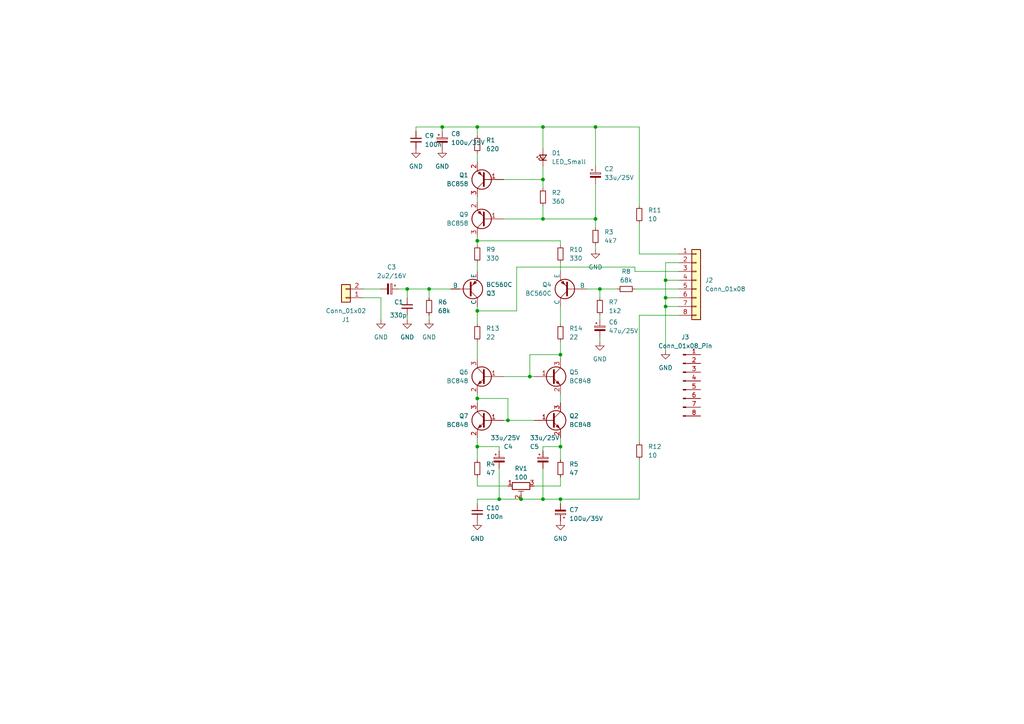
<source format=kicad_sch>
(kicad_sch (version 20230121) (generator eeschema)

  (uuid 6f31cc36-deaf-4ad7-836a-0db420f7cbcc)

  (paper "A4")

  (lib_symbols
    (symbol "Connector:Conn_01x08_Pin" (pin_names (offset 1.016) hide) (in_bom yes) (on_board yes)
      (property "Reference" "J" (at 0 10.16 0)
        (effects (font (size 1.27 1.27)))
      )
      (property "Value" "Conn_01x08_Pin" (at 0 -12.7 0)
        (effects (font (size 1.27 1.27)))
      )
      (property "Footprint" "" (at 0 0 0)
        (effects (font (size 1.27 1.27)) hide)
      )
      (property "Datasheet" "~" (at 0 0 0)
        (effects (font (size 1.27 1.27)) hide)
      )
      (property "ki_locked" "" (at 0 0 0)
        (effects (font (size 1.27 1.27)))
      )
      (property "ki_keywords" "connector" (at 0 0 0)
        (effects (font (size 1.27 1.27)) hide)
      )
      (property "ki_description" "Generic connector, single row, 01x08, script generated" (at 0 0 0)
        (effects (font (size 1.27 1.27)) hide)
      )
      (property "ki_fp_filters" "Connector*:*_1x??_*" (at 0 0 0)
        (effects (font (size 1.27 1.27)) hide)
      )
      (symbol "Conn_01x08_Pin_1_1"
        (polyline
          (pts
            (xy 1.27 -10.16)
            (xy 0.8636 -10.16)
          )
          (stroke (width 0.1524) (type default))
          (fill (type none))
        )
        (polyline
          (pts
            (xy 1.27 -7.62)
            (xy 0.8636 -7.62)
          )
          (stroke (width 0.1524) (type default))
          (fill (type none))
        )
        (polyline
          (pts
            (xy 1.27 -5.08)
            (xy 0.8636 -5.08)
          )
          (stroke (width 0.1524) (type default))
          (fill (type none))
        )
        (polyline
          (pts
            (xy 1.27 -2.54)
            (xy 0.8636 -2.54)
          )
          (stroke (width 0.1524) (type default))
          (fill (type none))
        )
        (polyline
          (pts
            (xy 1.27 0)
            (xy 0.8636 0)
          )
          (stroke (width 0.1524) (type default))
          (fill (type none))
        )
        (polyline
          (pts
            (xy 1.27 2.54)
            (xy 0.8636 2.54)
          )
          (stroke (width 0.1524) (type default))
          (fill (type none))
        )
        (polyline
          (pts
            (xy 1.27 5.08)
            (xy 0.8636 5.08)
          )
          (stroke (width 0.1524) (type default))
          (fill (type none))
        )
        (polyline
          (pts
            (xy 1.27 7.62)
            (xy 0.8636 7.62)
          )
          (stroke (width 0.1524) (type default))
          (fill (type none))
        )
        (rectangle (start 0.8636 -10.033) (end 0 -10.287)
          (stroke (width 0.1524) (type default))
          (fill (type outline))
        )
        (rectangle (start 0.8636 -7.493) (end 0 -7.747)
          (stroke (width 0.1524) (type default))
          (fill (type outline))
        )
        (rectangle (start 0.8636 -4.953) (end 0 -5.207)
          (stroke (width 0.1524) (type default))
          (fill (type outline))
        )
        (rectangle (start 0.8636 -2.413) (end 0 -2.667)
          (stroke (width 0.1524) (type default))
          (fill (type outline))
        )
        (rectangle (start 0.8636 0.127) (end 0 -0.127)
          (stroke (width 0.1524) (type default))
          (fill (type outline))
        )
        (rectangle (start 0.8636 2.667) (end 0 2.413)
          (stroke (width 0.1524) (type default))
          (fill (type outline))
        )
        (rectangle (start 0.8636 5.207) (end 0 4.953)
          (stroke (width 0.1524) (type default))
          (fill (type outline))
        )
        (rectangle (start 0.8636 7.747) (end 0 7.493)
          (stroke (width 0.1524) (type default))
          (fill (type outline))
        )
        (pin passive line (at 5.08 7.62 180) (length 3.81)
          (name "Pin_1" (effects (font (size 1.27 1.27))))
          (number "1" (effects (font (size 1.27 1.27))))
        )
        (pin passive line (at 5.08 5.08 180) (length 3.81)
          (name "Pin_2" (effects (font (size 1.27 1.27))))
          (number "2" (effects (font (size 1.27 1.27))))
        )
        (pin passive line (at 5.08 2.54 180) (length 3.81)
          (name "Pin_3" (effects (font (size 1.27 1.27))))
          (number "3" (effects (font (size 1.27 1.27))))
        )
        (pin passive line (at 5.08 0 180) (length 3.81)
          (name "Pin_4" (effects (font (size 1.27 1.27))))
          (number "4" (effects (font (size 1.27 1.27))))
        )
        (pin passive line (at 5.08 -2.54 180) (length 3.81)
          (name "Pin_5" (effects (font (size 1.27 1.27))))
          (number "5" (effects (font (size 1.27 1.27))))
        )
        (pin passive line (at 5.08 -5.08 180) (length 3.81)
          (name "Pin_6" (effects (font (size 1.27 1.27))))
          (number "6" (effects (font (size 1.27 1.27))))
        )
        (pin passive line (at 5.08 -7.62 180) (length 3.81)
          (name "Pin_7" (effects (font (size 1.27 1.27))))
          (number "7" (effects (font (size 1.27 1.27))))
        )
        (pin passive line (at 5.08 -10.16 180) (length 3.81)
          (name "Pin_8" (effects (font (size 1.27 1.27))))
          (number "8" (effects (font (size 1.27 1.27))))
        )
      )
    )
    (symbol "Connector_Generic:Conn_01x02" (pin_names (offset 1.016) hide) (in_bom yes) (on_board yes)
      (property "Reference" "J" (at 0 2.54 0)
        (effects (font (size 1.27 1.27)))
      )
      (property "Value" "Conn_01x02" (at 0 -5.08 0)
        (effects (font (size 1.27 1.27)))
      )
      (property "Footprint" "" (at 0 0 0)
        (effects (font (size 1.27 1.27)) hide)
      )
      (property "Datasheet" "~" (at 0 0 0)
        (effects (font (size 1.27 1.27)) hide)
      )
      (property "ki_keywords" "connector" (at 0 0 0)
        (effects (font (size 1.27 1.27)) hide)
      )
      (property "ki_description" "Generic connector, single row, 01x02, script generated (kicad-library-utils/schlib/autogen/connector/)" (at 0 0 0)
        (effects (font (size 1.27 1.27)) hide)
      )
      (property "ki_fp_filters" "Connector*:*_1x??_*" (at 0 0 0)
        (effects (font (size 1.27 1.27)) hide)
      )
      (symbol "Conn_01x02_1_1"
        (rectangle (start -1.27 -2.413) (end 0 -2.667)
          (stroke (width 0.1524) (type default))
          (fill (type none))
        )
        (rectangle (start -1.27 0.127) (end 0 -0.127)
          (stroke (width 0.1524) (type default))
          (fill (type none))
        )
        (rectangle (start -1.27 1.27) (end 1.27 -3.81)
          (stroke (width 0.254) (type default))
          (fill (type background))
        )
        (pin passive line (at -5.08 0 0) (length 3.81)
          (name "Pin_1" (effects (font (size 1.27 1.27))))
          (number "1" (effects (font (size 1.27 1.27))))
        )
        (pin passive line (at -5.08 -2.54 0) (length 3.81)
          (name "Pin_2" (effects (font (size 1.27 1.27))))
          (number "2" (effects (font (size 1.27 1.27))))
        )
      )
    )
    (symbol "Connector_Generic:Conn_01x08" (pin_names (offset 1.016) hide) (in_bom yes) (on_board yes)
      (property "Reference" "J" (at 0 10.16 0)
        (effects (font (size 1.27 1.27)))
      )
      (property "Value" "Conn_01x08" (at 0 -12.7 0)
        (effects (font (size 1.27 1.27)))
      )
      (property "Footprint" "" (at 0 0 0)
        (effects (font (size 1.27 1.27)) hide)
      )
      (property "Datasheet" "~" (at 0 0 0)
        (effects (font (size 1.27 1.27)) hide)
      )
      (property "ki_keywords" "connector" (at 0 0 0)
        (effects (font (size 1.27 1.27)) hide)
      )
      (property "ki_description" "Generic connector, single row, 01x08, script generated (kicad-library-utils/schlib/autogen/connector/)" (at 0 0 0)
        (effects (font (size 1.27 1.27)) hide)
      )
      (property "ki_fp_filters" "Connector*:*_1x??_*" (at 0 0 0)
        (effects (font (size 1.27 1.27)) hide)
      )
      (symbol "Conn_01x08_1_1"
        (rectangle (start -1.27 -10.033) (end 0 -10.287)
          (stroke (width 0.1524) (type default))
          (fill (type none))
        )
        (rectangle (start -1.27 -7.493) (end 0 -7.747)
          (stroke (width 0.1524) (type default))
          (fill (type none))
        )
        (rectangle (start -1.27 -4.953) (end 0 -5.207)
          (stroke (width 0.1524) (type default))
          (fill (type none))
        )
        (rectangle (start -1.27 -2.413) (end 0 -2.667)
          (stroke (width 0.1524) (type default))
          (fill (type none))
        )
        (rectangle (start -1.27 0.127) (end 0 -0.127)
          (stroke (width 0.1524) (type default))
          (fill (type none))
        )
        (rectangle (start -1.27 2.667) (end 0 2.413)
          (stroke (width 0.1524) (type default))
          (fill (type none))
        )
        (rectangle (start -1.27 5.207) (end 0 4.953)
          (stroke (width 0.1524) (type default))
          (fill (type none))
        )
        (rectangle (start -1.27 7.747) (end 0 7.493)
          (stroke (width 0.1524) (type default))
          (fill (type none))
        )
        (rectangle (start -1.27 8.89) (end 1.27 -11.43)
          (stroke (width 0.254) (type default))
          (fill (type background))
        )
        (pin passive line (at -5.08 7.62 0) (length 3.81)
          (name "Pin_1" (effects (font (size 1.27 1.27))))
          (number "1" (effects (font (size 1.27 1.27))))
        )
        (pin passive line (at -5.08 5.08 0) (length 3.81)
          (name "Pin_2" (effects (font (size 1.27 1.27))))
          (number "2" (effects (font (size 1.27 1.27))))
        )
        (pin passive line (at -5.08 2.54 0) (length 3.81)
          (name "Pin_3" (effects (font (size 1.27 1.27))))
          (number "3" (effects (font (size 1.27 1.27))))
        )
        (pin passive line (at -5.08 0 0) (length 3.81)
          (name "Pin_4" (effects (font (size 1.27 1.27))))
          (number "4" (effects (font (size 1.27 1.27))))
        )
        (pin passive line (at -5.08 -2.54 0) (length 3.81)
          (name "Pin_5" (effects (font (size 1.27 1.27))))
          (number "5" (effects (font (size 1.27 1.27))))
        )
        (pin passive line (at -5.08 -5.08 0) (length 3.81)
          (name "Pin_6" (effects (font (size 1.27 1.27))))
          (number "6" (effects (font (size 1.27 1.27))))
        )
        (pin passive line (at -5.08 -7.62 0) (length 3.81)
          (name "Pin_7" (effects (font (size 1.27 1.27))))
          (number "7" (effects (font (size 1.27 1.27))))
        )
        (pin passive line (at -5.08 -10.16 0) (length 3.81)
          (name "Pin_8" (effects (font (size 1.27 1.27))))
          (number "8" (effects (font (size 1.27 1.27))))
        )
      )
    )
    (symbol "Device:C_Polarized_Small" (pin_numbers hide) (pin_names (offset 0.254) hide) (in_bom yes) (on_board yes)
      (property "Reference" "C" (at 0.254 1.778 0)
        (effects (font (size 1.27 1.27)) (justify left))
      )
      (property "Value" "C_Polarized_Small" (at 0.254 -2.032 0)
        (effects (font (size 1.27 1.27)) (justify left))
      )
      (property "Footprint" "" (at 0 0 0)
        (effects (font (size 1.27 1.27)) hide)
      )
      (property "Datasheet" "~" (at 0 0 0)
        (effects (font (size 1.27 1.27)) hide)
      )
      (property "ki_keywords" "cap capacitor" (at 0 0 0)
        (effects (font (size 1.27 1.27)) hide)
      )
      (property "ki_description" "Polarized capacitor, small symbol" (at 0 0 0)
        (effects (font (size 1.27 1.27)) hide)
      )
      (property "ki_fp_filters" "CP_*" (at 0 0 0)
        (effects (font (size 1.27 1.27)) hide)
      )
      (symbol "C_Polarized_Small_0_1"
        (rectangle (start -1.524 -0.3048) (end 1.524 -0.6858)
          (stroke (width 0) (type default))
          (fill (type outline))
        )
        (rectangle (start -1.524 0.6858) (end 1.524 0.3048)
          (stroke (width 0) (type default))
          (fill (type none))
        )
        (polyline
          (pts
            (xy -1.27 1.524)
            (xy -0.762 1.524)
          )
          (stroke (width 0) (type default))
          (fill (type none))
        )
        (polyline
          (pts
            (xy -1.016 1.27)
            (xy -1.016 1.778)
          )
          (stroke (width 0) (type default))
          (fill (type none))
        )
      )
      (symbol "C_Polarized_Small_1_1"
        (pin passive line (at 0 2.54 270) (length 1.8542)
          (name "~" (effects (font (size 1.27 1.27))))
          (number "1" (effects (font (size 1.27 1.27))))
        )
        (pin passive line (at 0 -2.54 90) (length 1.8542)
          (name "~" (effects (font (size 1.27 1.27))))
          (number "2" (effects (font (size 1.27 1.27))))
        )
      )
    )
    (symbol "Device:C_Small" (pin_numbers hide) (pin_names (offset 0.254) hide) (in_bom yes) (on_board yes)
      (property "Reference" "C" (at 0.254 1.778 0)
        (effects (font (size 1.27 1.27)) (justify left))
      )
      (property "Value" "C_Small" (at 0.254 -2.032 0)
        (effects (font (size 1.27 1.27)) (justify left))
      )
      (property "Footprint" "" (at 0 0 0)
        (effects (font (size 1.27 1.27)) hide)
      )
      (property "Datasheet" "~" (at 0 0 0)
        (effects (font (size 1.27 1.27)) hide)
      )
      (property "ki_keywords" "capacitor cap" (at 0 0 0)
        (effects (font (size 1.27 1.27)) hide)
      )
      (property "ki_description" "Unpolarized capacitor, small symbol" (at 0 0 0)
        (effects (font (size 1.27 1.27)) hide)
      )
      (property "ki_fp_filters" "C_*" (at 0 0 0)
        (effects (font (size 1.27 1.27)) hide)
      )
      (symbol "C_Small_0_1"
        (polyline
          (pts
            (xy -1.524 -0.508)
            (xy 1.524 -0.508)
          )
          (stroke (width 0.3302) (type default))
          (fill (type none))
        )
        (polyline
          (pts
            (xy -1.524 0.508)
            (xy 1.524 0.508)
          )
          (stroke (width 0.3048) (type default))
          (fill (type none))
        )
      )
      (symbol "C_Small_1_1"
        (pin passive line (at 0 2.54 270) (length 2.032)
          (name "~" (effects (font (size 1.27 1.27))))
          (number "1" (effects (font (size 1.27 1.27))))
        )
        (pin passive line (at 0 -2.54 90) (length 2.032)
          (name "~" (effects (font (size 1.27 1.27))))
          (number "2" (effects (font (size 1.27 1.27))))
        )
      )
    )
    (symbol "Device:LED_Small" (pin_numbers hide) (pin_names (offset 0.254) hide) (in_bom yes) (on_board yes)
      (property "Reference" "D" (at -1.27 3.175 0)
        (effects (font (size 1.27 1.27)) (justify left))
      )
      (property "Value" "LED_Small" (at -4.445 -2.54 0)
        (effects (font (size 1.27 1.27)) (justify left))
      )
      (property "Footprint" "" (at 0 0 90)
        (effects (font (size 1.27 1.27)) hide)
      )
      (property "Datasheet" "~" (at 0 0 90)
        (effects (font (size 1.27 1.27)) hide)
      )
      (property "ki_keywords" "LED diode light-emitting-diode" (at 0 0 0)
        (effects (font (size 1.27 1.27)) hide)
      )
      (property "ki_description" "Light emitting diode, small symbol" (at 0 0 0)
        (effects (font (size 1.27 1.27)) hide)
      )
      (property "ki_fp_filters" "LED* LED_SMD:* LED_THT:*" (at 0 0 0)
        (effects (font (size 1.27 1.27)) hide)
      )
      (symbol "LED_Small_0_1"
        (polyline
          (pts
            (xy -0.762 -1.016)
            (xy -0.762 1.016)
          )
          (stroke (width 0.254) (type default))
          (fill (type none))
        )
        (polyline
          (pts
            (xy 1.016 0)
            (xy -0.762 0)
          )
          (stroke (width 0) (type default))
          (fill (type none))
        )
        (polyline
          (pts
            (xy 0.762 -1.016)
            (xy -0.762 0)
            (xy 0.762 1.016)
            (xy 0.762 -1.016)
          )
          (stroke (width 0.254) (type default))
          (fill (type none))
        )
        (polyline
          (pts
            (xy 0 0.762)
            (xy -0.508 1.27)
            (xy -0.254 1.27)
            (xy -0.508 1.27)
            (xy -0.508 1.016)
          )
          (stroke (width 0) (type default))
          (fill (type none))
        )
        (polyline
          (pts
            (xy 0.508 1.27)
            (xy 0 1.778)
            (xy 0.254 1.778)
            (xy 0 1.778)
            (xy 0 1.524)
          )
          (stroke (width 0) (type default))
          (fill (type none))
        )
      )
      (symbol "LED_Small_1_1"
        (pin passive line (at -2.54 0 0) (length 1.778)
          (name "K" (effects (font (size 1.27 1.27))))
          (number "1" (effects (font (size 1.27 1.27))))
        )
        (pin passive line (at 2.54 0 180) (length 1.778)
          (name "A" (effects (font (size 1.27 1.27))))
          (number "2" (effects (font (size 1.27 1.27))))
        )
      )
    )
    (symbol "Device:R_Potentiometer_Trim" (pin_names (offset 1.016) hide) (in_bom yes) (on_board yes)
      (property "Reference" "RV1" (at -6.35 0 90)
        (effects (font (size 1.27 1.27)))
      )
      (property "Value" "50" (at -3.81 0 90)
        (effects (font (size 1.27 1.27)))
      )
      (property "Footprint" "Potentiometer_THT:Potentiometer_Bourns_3296X_Horizontal" (at 0 0 0)
        (effects (font (size 1.27 1.27)) hide)
      )
      (property "Datasheet" "~" (at 0 0 0)
        (effects (font (size 1.27 1.27)) hide)
      )
      (property "ki_keywords" "resistor variable trimpot trimmer" (at 0 0 0)
        (effects (font (size 1.27 1.27)) hide)
      )
      (property "ki_description" "Trim-potentiometer" (at 0 0 0)
        (effects (font (size 1.27 1.27)) hide)
      )
      (property "ki_fp_filters" "Potentiometer*" (at 0 0 0)
        (effects (font (size 1.27 1.27)) hide)
      )
      (symbol "R_Potentiometer_Trim_0_1"
        (polyline
          (pts
            (xy 1.524 0.762)
            (xy 1.524 -0.762)
          )
          (stroke (width 0) (type default))
          (fill (type none))
        )
        (polyline
          (pts
            (xy 2.54 0)
            (xy 1.524 0)
          )
          (stroke (width 0) (type default))
          (fill (type none))
        )
        (rectangle (start 1.016 2.54) (end -1.016 -2.54)
          (stroke (width 0.254) (type default))
          (fill (type none))
        )
      )
      (symbol "R_Potentiometer_Trim_1_1"
        (pin passive line (at 0 -3.81 90) (length 1.27)
          (name "1" (effects (font (size 1.27 1.27))))
          (number "1" (effects (font (size 1.27 1.27))))
        )
        (pin passive line (at 3.81 0 180) (length 1.27)
          (name "2" (effects (font (size 1.27 1.27))))
          (number "2" (effects (font (size 1.27 1.27))))
        )
        (pin passive line (at 0 3.81 270) (length 1.27)
          (name "3" (effects (font (size 1.27 1.27))))
          (number "3" (effects (font (size 1.27 1.27))))
        )
      )
    )
    (symbol "Device:R_Small" (pin_numbers hide) (pin_names (offset 0.254) hide) (in_bom yes) (on_board yes)
      (property "Reference" "R" (at 0.762 0.508 0)
        (effects (font (size 1.27 1.27)) (justify left))
      )
      (property "Value" "R_Small" (at 0.762 -1.016 0)
        (effects (font (size 1.27 1.27)) (justify left))
      )
      (property "Footprint" "" (at 0 0 0)
        (effects (font (size 1.27 1.27)) hide)
      )
      (property "Datasheet" "~" (at 0 0 0)
        (effects (font (size 1.27 1.27)) hide)
      )
      (property "ki_keywords" "R resistor" (at 0 0 0)
        (effects (font (size 1.27 1.27)) hide)
      )
      (property "ki_description" "Resistor, small symbol" (at 0 0 0)
        (effects (font (size 1.27 1.27)) hide)
      )
      (property "ki_fp_filters" "R_*" (at 0 0 0)
        (effects (font (size 1.27 1.27)) hide)
      )
      (symbol "R_Small_0_1"
        (rectangle (start -0.762 1.778) (end 0.762 -1.778)
          (stroke (width 0.2032) (type default))
          (fill (type none))
        )
      )
      (symbol "R_Small_1_1"
        (pin passive line (at 0 2.54 270) (length 0.762)
          (name "~" (effects (font (size 1.27 1.27))))
          (number "1" (effects (font (size 1.27 1.27))))
        )
        (pin passive line (at 0 -2.54 90) (length 0.762)
          (name "~" (effects (font (size 1.27 1.27))))
          (number "2" (effects (font (size 1.27 1.27))))
        )
      )
    )
    (symbol "Simulation_SPICE:PNP" (pin_numbers hide) (pin_names (offset 0)) (in_bom yes) (on_board yes)
      (property "Reference" "Q" (at -2.54 7.62 0)
        (effects (font (size 1.27 1.27)))
      )
      (property "Value" "PNP" (at -2.54 5.08 0)
        (effects (font (size 1.27 1.27)))
      )
      (property "Footprint" "" (at 35.56 0 0)
        (effects (font (size 1.27 1.27)) hide)
      )
      (property "Datasheet" "~" (at 35.56 0 0)
        (effects (font (size 1.27 1.27)) hide)
      )
      (property "Sim.Device" "PNP" (at 0 0 0)
        (effects (font (size 1.27 1.27)) hide)
      )
      (property "Sim.Type" "GUMMELPOON" (at 0 0 0)
        (effects (font (size 1.27 1.27)) hide)
      )
      (property "Sim.Pins" "1=C 2=B 3=E" (at 0 0 0)
        (effects (font (size 1.27 1.27)) hide)
      )
      (property "ki_keywords" "simulation" (at 0 0 0)
        (effects (font (size 1.27 1.27)) hide)
      )
      (property "ki_description" "Bipolar transistor symbol for simulation only, substrate tied to the emitter" (at 0 0 0)
        (effects (font (size 1.27 1.27)) hide)
      )
      (symbol "PNP_0_1"
        (polyline
          (pts
            (xy -2.54 0)
            (xy 0.635 0)
          )
          (stroke (width 0.1524) (type default))
          (fill (type none))
        )
        (polyline
          (pts
            (xy 0.635 0.635)
            (xy 2.54 2.54)
          )
          (stroke (width 0) (type default))
          (fill (type none))
        )
        (polyline
          (pts
            (xy 0.635 -0.635)
            (xy 2.54 -2.54)
            (xy 2.54 -2.54)
          )
          (stroke (width 0) (type default))
          (fill (type none))
        )
        (polyline
          (pts
            (xy 0.635 1.905)
            (xy 0.635 -1.905)
            (xy 0.635 -1.905)
          )
          (stroke (width 0.508) (type default))
          (fill (type none))
        )
        (polyline
          (pts
            (xy 2.286 -1.778)
            (xy 1.778 -2.286)
            (xy 1.27 -1.27)
            (xy 2.286 -1.778)
            (xy 2.286 -1.778)
          )
          (stroke (width 0) (type default))
          (fill (type outline))
        )
        (circle (center 1.27 0) (radius 2.8194)
          (stroke (width 0.254) (type default))
          (fill (type none))
        )
      )
      (symbol "PNP_1_1"
        (pin open_collector line (at 2.54 5.08 270) (length 2.54)
          (name "C" (effects (font (size 1.27 1.27))))
          (number "1" (effects (font (size 1.27 1.27))))
        )
        (pin input line (at -5.08 0 0) (length 2.54)
          (name "B" (effects (font (size 1.27 1.27))))
          (number "2" (effects (font (size 1.27 1.27))))
        )
        (pin open_emitter line (at 2.54 -5.08 90) (length 2.54)
          (name "E" (effects (font (size 1.27 1.27))))
          (number "3" (effects (font (size 1.27 1.27))))
        )
      )
    )
    (symbol "Transistor_BJT:BC848" (pin_names (offset 0) hide) (in_bom yes) (on_board yes)
      (property "Reference" "Q" (at 5.08 1.905 0)
        (effects (font (size 1.27 1.27)) (justify left))
      )
      (property "Value" "BC848" (at 5.08 0 0)
        (effects (font (size 1.27 1.27)) (justify left))
      )
      (property "Footprint" "Package_TO_SOT_SMD:SOT-23" (at 5.08 -1.905 0)
        (effects (font (size 1.27 1.27) italic) (justify left) hide)
      )
      (property "Datasheet" "http://www.infineon.com/dgdl/Infineon-BC847SERIES_BC848SERIES_BC849SERIES_BC850SERIES-DS-v01_01-en.pdf?fileId=db3a304314dca389011541d4630a1657" (at 0 0 0)
        (effects (font (size 1.27 1.27)) (justify left) hide)
      )
      (property "ki_keywords" "NPN Small Signal Transistor" (at 0 0 0)
        (effects (font (size 1.27 1.27)) hide)
      )
      (property "ki_description" "0.1A Ic, 30V Vce, NPN Transistor, SOT-23" (at 0 0 0)
        (effects (font (size 1.27 1.27)) hide)
      )
      (property "ki_fp_filters" "SOT?23*" (at 0 0 0)
        (effects (font (size 1.27 1.27)) hide)
      )
      (symbol "BC848_0_1"
        (polyline
          (pts
            (xy 0.635 0.635)
            (xy 2.54 2.54)
          )
          (stroke (width 0) (type default))
          (fill (type none))
        )
        (polyline
          (pts
            (xy 0.635 -0.635)
            (xy 2.54 -2.54)
            (xy 2.54 -2.54)
          )
          (stroke (width 0) (type default))
          (fill (type none))
        )
        (polyline
          (pts
            (xy 0.635 1.905)
            (xy 0.635 -1.905)
            (xy 0.635 -1.905)
          )
          (stroke (width 0.508) (type default))
          (fill (type none))
        )
        (polyline
          (pts
            (xy 1.27 -1.778)
            (xy 1.778 -1.27)
            (xy 2.286 -2.286)
            (xy 1.27 -1.778)
            (xy 1.27 -1.778)
          )
          (stroke (width 0) (type default))
          (fill (type outline))
        )
        (circle (center 1.27 0) (radius 2.8194)
          (stroke (width 0.254) (type default))
          (fill (type none))
        )
      )
      (symbol "BC848_1_1"
        (pin input line (at -5.08 0 0) (length 5.715)
          (name "B" (effects (font (size 1.27 1.27))))
          (number "1" (effects (font (size 1.27 1.27))))
        )
        (pin passive line (at 2.54 -5.08 90) (length 2.54)
          (name "E" (effects (font (size 1.27 1.27))))
          (number "2" (effects (font (size 1.27 1.27))))
        )
        (pin passive line (at 2.54 5.08 270) (length 2.54)
          (name "C" (effects (font (size 1.27 1.27))))
          (number "3" (effects (font (size 1.27 1.27))))
        )
      )
    )
    (symbol "Transistor_BJT:BC858" (pin_names (offset 0) hide) (in_bom yes) (on_board yes)
      (property "Reference" "Q" (at 5.08 1.905 0)
        (effects (font (size 1.27 1.27)) (justify left))
      )
      (property "Value" "BC858" (at 5.08 0 0)
        (effects (font (size 1.27 1.27)) (justify left))
      )
      (property "Footprint" "Package_TO_SOT_SMD:SOT-23" (at 5.08 -1.905 0)
        (effects (font (size 1.27 1.27) italic) (justify left) hide)
      )
      (property "Datasheet" "https://www.onsemi.com/pub/Collateral/BC860-D.pdf" (at 0 0 0)
        (effects (font (size 1.27 1.27)) (justify left) hide)
      )
      (property "ki_keywords" "PNP transistor" (at 0 0 0)
        (effects (font (size 1.27 1.27)) hide)
      )
      (property "ki_description" "0.1A Ic, 30V Vce, PNP Transistor, SOT-23" (at 0 0 0)
        (effects (font (size 1.27 1.27)) hide)
      )
      (property "ki_fp_filters" "SOT?23*" (at 0 0 0)
        (effects (font (size 1.27 1.27)) hide)
      )
      (symbol "BC858_0_1"
        (polyline
          (pts
            (xy 0.635 0.635)
            (xy 2.54 2.54)
          )
          (stroke (width 0) (type default))
          (fill (type none))
        )
        (polyline
          (pts
            (xy 0.635 -0.635)
            (xy 2.54 -2.54)
            (xy 2.54 -2.54)
          )
          (stroke (width 0) (type default))
          (fill (type none))
        )
        (polyline
          (pts
            (xy 0.635 1.905)
            (xy 0.635 -1.905)
            (xy 0.635 -1.905)
          )
          (stroke (width 0.508) (type default))
          (fill (type none))
        )
        (polyline
          (pts
            (xy 2.286 -1.778)
            (xy 1.778 -2.286)
            (xy 1.27 -1.27)
            (xy 2.286 -1.778)
            (xy 2.286 -1.778)
          )
          (stroke (width 0) (type default))
          (fill (type outline))
        )
        (circle (center 1.27 0) (radius 2.8194)
          (stroke (width 0.254) (type default))
          (fill (type none))
        )
      )
      (symbol "BC858_1_1"
        (pin input line (at -5.08 0 0) (length 5.715)
          (name "B" (effects (font (size 1.27 1.27))))
          (number "1" (effects (font (size 1.27 1.27))))
        )
        (pin passive line (at 2.54 -5.08 90) (length 2.54)
          (name "E" (effects (font (size 1.27 1.27))))
          (number "2" (effects (font (size 1.27 1.27))))
        )
        (pin passive line (at 2.54 5.08 270) (length 2.54)
          (name "C" (effects (font (size 1.27 1.27))))
          (number "3" (effects (font (size 1.27 1.27))))
        )
      )
    )
    (symbol "power:GND" (power) (pin_names (offset 0)) (in_bom yes) (on_board yes)
      (property "Reference" "#PWR" (at 0 -6.35 0)
        (effects (font (size 1.27 1.27)) hide)
      )
      (property "Value" "GND" (at 0 -3.81 0)
        (effects (font (size 1.27 1.27)))
      )
      (property "Footprint" "" (at 0 0 0)
        (effects (font (size 1.27 1.27)) hide)
      )
      (property "Datasheet" "" (at 0 0 0)
        (effects (font (size 1.27 1.27)) hide)
      )
      (property "ki_keywords" "global power" (at 0 0 0)
        (effects (font (size 1.27 1.27)) hide)
      )
      (property "ki_description" "Power symbol creates a global label with name \"GND\" , ground" (at 0 0 0)
        (effects (font (size 1.27 1.27)) hide)
      )
      (symbol "GND_0_1"
        (polyline
          (pts
            (xy 0 0)
            (xy 0 -1.27)
            (xy 1.27 -1.27)
            (xy 0 -2.54)
            (xy -1.27 -1.27)
            (xy 0 -1.27)
          )
          (stroke (width 0) (type default))
          (fill (type none))
        )
      )
      (symbol "GND_1_1"
        (pin power_in line (at 0 0 270) (length 0) hide
          (name "GND" (effects (font (size 1.27 1.27))))
          (number "1" (effects (font (size 1.27 1.27))))
        )
      )
    )
  )

  (junction (at 157.48 36.83) (diameter 0) (color 0 0 0 0)
    (uuid 035e0583-8d49-463c-8906-cf7542a91e03)
  )
  (junction (at 153.67 109.22) (diameter 0) (color 0 0 0 0)
    (uuid 10ba1617-042e-4705-a0ae-d4fdfffc5f2c)
  )
  (junction (at 138.43 90.17) (diameter 0) (color 0 0 0 0)
    (uuid 116ae39e-8272-489f-865a-a3b2d803bd6d)
  )
  (junction (at 144.78 144.78) (diameter 0) (color 0 0 0 0)
    (uuid 176c807f-2db9-4c39-9e74-5324a570b664)
  )
  (junction (at 147.32 121.92) (diameter 0) (color 0 0 0 0)
    (uuid 1efa9225-44ef-4e46-9bb5-6f04baf2b1c4)
  )
  (junction (at 193.04 81.28) (diameter 0) (color 0 0 0 0)
    (uuid 25bf7b73-2449-4e6d-b0e8-aad47a0c9153)
  )
  (junction (at 124.46 83.82) (diameter 0) (color 0 0 0 0)
    (uuid 3adaf331-6a38-41ae-a6d3-d54cf726e8c6)
  )
  (junction (at 157.48 63.5) (diameter 0) (color 0 0 0 0)
    (uuid 6279fb7a-818d-4bb7-8bd7-df77f258369e)
  )
  (junction (at 193.04 88.9) (diameter 0) (color 0 0 0 0)
    (uuid 62a104cc-4bf9-444d-b0be-3647a0ede373)
  )
  (junction (at 193.04 86.36) (diameter 0) (color 0 0 0 0)
    (uuid 7f72e900-cca5-4d8c-abed-14326e355096)
  )
  (junction (at 128.27 36.83) (diameter 0) (color 0 0 0 0)
    (uuid 830d9109-6490-4651-9f8e-ade372cdaca2)
  )
  (junction (at 172.72 36.83) (diameter 0) (color 0 0 0 0)
    (uuid 835bb670-dccf-4967-a83d-0c30eabe1599)
  )
  (junction (at 138.43 115.57) (diameter 0) (color 0 0 0 0)
    (uuid 94a7ecd2-5139-46f9-acfc-dda1cbdef415)
  )
  (junction (at 151.13 144.78) (diameter 0) (color 0 0 0 0)
    (uuid b74ea5ae-3683-449c-8a10-b4a495782573)
  )
  (junction (at 162.56 102.87) (diameter 0) (color 0 0 0 0)
    (uuid bb084326-d148-4021-9bdf-3656733479da)
  )
  (junction (at 162.56 129.54) (diameter 0) (color 0 0 0 0)
    (uuid c07b57f3-ab32-46da-b0d1-203ddaaf93c4)
  )
  (junction (at 157.48 52.07) (diameter 0) (color 0 0 0 0)
    (uuid c0eb3354-f9c4-4c24-bd66-e7ae3be6f177)
  )
  (junction (at 138.43 36.83) (diameter 0) (color 0 0 0 0)
    (uuid cf16daed-5bf2-497d-bb38-5f88b5c79f70)
  )
  (junction (at 138.43 129.54) (diameter 0) (color 0 0 0 0)
    (uuid d1b7291c-671e-46b1-971b-0e3aa33d52a7)
  )
  (junction (at 138.43 69.85) (diameter 0) (color 0 0 0 0)
    (uuid d76aa197-378c-4845-8df1-2904aaaf9cfe)
  )
  (junction (at 173.99 83.82) (diameter 0) (color 0 0 0 0)
    (uuid dd30597a-8a74-498c-b679-0cf6687bf3de)
  )
  (junction (at 157.48 144.78) (diameter 0) (color 0 0 0 0)
    (uuid df8232d0-c430-49af-a8d3-1d48d34a3167)
  )
  (junction (at 172.72 63.5) (diameter 0) (color 0 0 0 0)
    (uuid f925e90d-9e9e-4b6c-9e6c-86a80601793e)
  )
  (junction (at 162.56 144.78) (diameter 0) (color 0 0 0 0)
    (uuid fa4e2f33-0ce4-490e-834d-973f0199d755)
  )
  (junction (at 118.11 83.82) (diameter 0) (color 0 0 0 0)
    (uuid fe1e7117-fae2-479d-913b-17d8692ac1f3)
  )

  (wire (pts (xy 138.43 99.06) (xy 138.43 104.14))
    (stroke (width 0) (type default))
    (uuid 0120e158-bce2-4248-bc18-f5edc11a6333)
  )
  (wire (pts (xy 120.65 36.83) (xy 120.65 38.1))
    (stroke (width 0) (type default))
    (uuid 019f3f08-8dd7-4629-9718-a20216be57ca)
  )
  (wire (pts (xy 138.43 57.15) (xy 138.43 58.42))
    (stroke (width 0) (type default))
    (uuid 055c60d1-1942-4e4e-b622-f2c8e159af4b)
  )
  (wire (pts (xy 173.99 97.79) (xy 173.99 99.06))
    (stroke (width 0) (type default))
    (uuid 079ffdcd-c60b-46a2-acd0-94a582d19071)
  )
  (wire (pts (xy 162.56 129.54) (xy 162.56 133.35))
    (stroke (width 0) (type default))
    (uuid 08e13997-0687-4fa4-906d-cb1ca876c50a)
  )
  (wire (pts (xy 105.41 86.36) (xy 110.49 86.36))
    (stroke (width 0) (type default))
    (uuid 09cf0f0f-fbf7-474f-bf8e-f4234e3390b5)
  )
  (wire (pts (xy 128.27 38.1) (xy 128.27 36.83))
    (stroke (width 0) (type default))
    (uuid 0eb7b2c7-cbdb-4b1f-a6e2-be7546062b06)
  )
  (wire (pts (xy 185.42 73.66) (xy 185.42 64.77))
    (stroke (width 0) (type default))
    (uuid 1034e75a-8dd0-4bbc-bb8b-683a3cc1e9f8)
  )
  (wire (pts (xy 144.78 135.89) (xy 144.78 144.78))
    (stroke (width 0) (type default))
    (uuid 10649517-86dc-419c-a823-b56aeaa64873)
  )
  (wire (pts (xy 138.43 115.57) (xy 138.43 116.84))
    (stroke (width 0) (type default))
    (uuid 120e8609-72cd-446a-b708-5230fbcb2dee)
  )
  (wire (pts (xy 172.72 63.5) (xy 172.72 66.04))
    (stroke (width 0) (type default))
    (uuid 1590cc3d-6217-4808-83c9-0abe7e3d31bd)
  )
  (wire (pts (xy 162.56 88.9) (xy 162.56 93.98))
    (stroke (width 0) (type default))
    (uuid 18783fb6-3f66-4704-854c-a9d243644b7e)
  )
  (wire (pts (xy 193.04 81.28) (xy 196.85 81.28))
    (stroke (width 0) (type default))
    (uuid 1d22b485-05c5-4303-a8d3-009bdd1d8566)
  )
  (wire (pts (xy 144.78 130.81) (xy 144.78 129.54))
    (stroke (width 0) (type default))
    (uuid 22fb1c83-adf6-43bd-9faa-49eed538c0bd)
  )
  (wire (pts (xy 157.48 59.69) (xy 157.48 63.5))
    (stroke (width 0) (type default))
    (uuid 24c4a3fb-0906-4970-80c6-8c98be5c1783)
  )
  (wire (pts (xy 149.86 77.47) (xy 184.15 77.47))
    (stroke (width 0) (type default))
    (uuid 2cf1b0ab-148c-483d-a53d-705e7c45604e)
  )
  (wire (pts (xy 138.43 76.2) (xy 138.43 78.74))
    (stroke (width 0) (type default))
    (uuid 2d47faa0-9cf7-45fd-a309-471e24055e62)
  )
  (wire (pts (xy 110.49 92.71) (xy 110.49 86.36))
    (stroke (width 0) (type default))
    (uuid 2dec40a2-beef-4790-bafa-0a9459f2902a)
  )
  (wire (pts (xy 196.85 76.2) (xy 193.04 76.2))
    (stroke (width 0) (type default))
    (uuid 318d4dea-d409-4b4d-9698-b38e0716ad5f)
  )
  (wire (pts (xy 124.46 83.82) (xy 130.81 83.82))
    (stroke (width 0) (type default))
    (uuid 329b4884-b5ee-4530-8bb8-9e99ac2c7533)
  )
  (wire (pts (xy 138.43 36.83) (xy 157.48 36.83))
    (stroke (width 0) (type default))
    (uuid 35d0b748-5153-49af-bfdb-f51ad7229613)
  )
  (wire (pts (xy 162.56 144.78) (xy 162.56 146.05))
    (stroke (width 0) (type default))
    (uuid 38205f8e-e291-46bd-afa9-f935313b3f64)
  )
  (wire (pts (xy 172.72 71.12) (xy 172.72 72.39))
    (stroke (width 0) (type default))
    (uuid 3adfe751-07c8-4276-90dc-01871a7b7e9d)
  )
  (wire (pts (xy 147.32 121.92) (xy 154.94 121.92))
    (stroke (width 0) (type default))
    (uuid 3f2d0aef-cee9-4964-b669-a7d5b664dc39)
  )
  (wire (pts (xy 118.11 83.82) (xy 124.46 83.82))
    (stroke (width 0) (type default))
    (uuid 44a5103e-0868-4263-8a0c-92c3bc946768)
  )
  (wire (pts (xy 193.04 88.9) (xy 193.04 101.6))
    (stroke (width 0) (type default))
    (uuid 45267256-35cb-4722-a55f-ffa9168f7e7b)
  )
  (wire (pts (xy 170.18 83.82) (xy 173.99 83.82))
    (stroke (width 0) (type default))
    (uuid 464b266f-0f8b-4908-9b0d-f89578ca08f7)
  )
  (wire (pts (xy 193.04 76.2) (xy 193.04 81.28))
    (stroke (width 0) (type default))
    (uuid 466481b0-ccbf-4739-9311-b857d3c3f21f)
  )
  (wire (pts (xy 162.56 76.2) (xy 162.56 78.74))
    (stroke (width 0) (type default))
    (uuid 46f17bee-c7d5-4edc-b19d-024b2685079b)
  )
  (wire (pts (xy 124.46 91.44) (xy 124.46 92.71))
    (stroke (width 0) (type default))
    (uuid 47bc0733-6418-4882-94e6-734ae181439d)
  )
  (wire (pts (xy 172.72 48.26) (xy 172.72 36.83))
    (stroke (width 0) (type default))
    (uuid 4c3801df-60da-42cd-b3b7-ce65a12b6fff)
  )
  (wire (pts (xy 146.05 109.22) (xy 153.67 109.22))
    (stroke (width 0) (type default))
    (uuid 4d84b258-e594-46b3-92b5-9fafefba9aed)
  )
  (wire (pts (xy 146.05 52.07) (xy 157.48 52.07))
    (stroke (width 0) (type default))
    (uuid 4f7e29be-40c4-46a0-9626-90a394667acb)
  )
  (wire (pts (xy 184.15 78.74) (xy 196.85 78.74))
    (stroke (width 0) (type default))
    (uuid 584e6e47-91c0-4e0f-b544-1aad1311aa88)
  )
  (wire (pts (xy 157.48 129.54) (xy 162.56 129.54))
    (stroke (width 0) (type default))
    (uuid 5b501d67-5996-451b-b16c-cac914148dbe)
  )
  (wire (pts (xy 184.15 77.47) (xy 184.15 78.74))
    (stroke (width 0) (type default))
    (uuid 5de733fc-ff08-4bc3-99f4-698e962a4cea)
  )
  (wire (pts (xy 138.43 129.54) (xy 138.43 133.35))
    (stroke (width 0) (type default))
    (uuid 604c73e9-04f5-4b2b-9a2e-1028624e5836)
  )
  (wire (pts (xy 118.11 83.82) (xy 118.11 86.36))
    (stroke (width 0) (type default))
    (uuid 60fee66d-3cc2-4fc8-826d-c46b950dbd3e)
  )
  (wire (pts (xy 118.11 91.44) (xy 118.11 92.71))
    (stroke (width 0) (type default))
    (uuid 619fa879-325b-4767-8ce5-427245cebdef)
  )
  (wire (pts (xy 173.99 83.82) (xy 173.99 86.36))
    (stroke (width 0) (type default))
    (uuid 66569f9e-3237-4fb0-ad47-684f660ac9dc)
  )
  (wire (pts (xy 138.43 144.78) (xy 138.43 146.05))
    (stroke (width 0) (type default))
    (uuid 758ccca5-4877-453e-a9a9-190becc4cbc0)
  )
  (wire (pts (xy 162.56 102.87) (xy 162.56 104.14))
    (stroke (width 0) (type default))
    (uuid 781c2304-63f2-4173-970d-1be645ebd39a)
  )
  (wire (pts (xy 193.04 81.28) (xy 193.04 86.36))
    (stroke (width 0) (type default))
    (uuid 7897100c-09e7-40d3-8e7c-abf14746c4ab)
  )
  (wire (pts (xy 151.13 144.78) (xy 157.48 144.78))
    (stroke (width 0) (type default))
    (uuid 789a3c58-9aae-4666-a16e-e52e95e945c1)
  )
  (wire (pts (xy 146.05 63.5) (xy 157.48 63.5))
    (stroke (width 0) (type default))
    (uuid 7fb7b6f1-d3d9-4b46-b308-f0634cf06f45)
  )
  (wire (pts (xy 138.43 138.43) (xy 138.43 140.97))
    (stroke (width 0) (type default))
    (uuid 80e374b3-f363-40fd-b542-b3f435b3b5c7)
  )
  (wire (pts (xy 138.43 115.57) (xy 147.32 115.57))
    (stroke (width 0) (type default))
    (uuid 875eabce-9c60-4c90-b9b3-f14561b665d6)
  )
  (wire (pts (xy 196.85 73.66) (xy 185.42 73.66))
    (stroke (width 0) (type default))
    (uuid 8788f831-37f4-4fa4-a4a1-0cb0b382a097)
  )
  (wire (pts (xy 138.43 69.85) (xy 162.56 69.85))
    (stroke (width 0) (type default))
    (uuid 87d608e7-196e-4231-a914-cf46e5054596)
  )
  (wire (pts (xy 138.43 129.54) (xy 144.78 129.54))
    (stroke (width 0) (type default))
    (uuid 8cbea22a-91dc-4a5c-9833-0f806b02d4d9)
  )
  (wire (pts (xy 146.05 121.92) (xy 147.32 121.92))
    (stroke (width 0) (type default))
    (uuid 8e415943-5bae-460a-8346-9ac984a663da)
  )
  (wire (pts (xy 193.04 86.36) (xy 193.04 88.9))
    (stroke (width 0) (type default))
    (uuid 9044204d-0cae-4336-8afe-15a6c894558c)
  )
  (wire (pts (xy 185.42 133.35) (xy 185.42 144.78))
    (stroke (width 0) (type default))
    (uuid 93779f42-f0e2-4606-bcb3-bf5b3f377e30)
  )
  (wire (pts (xy 115.57 83.82) (xy 118.11 83.82))
    (stroke (width 0) (type default))
    (uuid 9aa188d0-67d4-47ea-8f77-0aaba0d9a8cd)
  )
  (wire (pts (xy 162.56 114.3) (xy 162.56 116.84))
    (stroke (width 0) (type default))
    (uuid 9ded06dc-7667-473b-94f4-389350e7738b)
  )
  (wire (pts (xy 157.48 52.07) (xy 157.48 54.61))
    (stroke (width 0) (type default))
    (uuid 9f20bdb9-4952-4300-9171-cb770511d77f)
  )
  (wire (pts (xy 154.94 140.97) (xy 162.56 140.97))
    (stroke (width 0) (type default))
    (uuid a0e621fc-e0d4-4c44-90aa-5d9d77b2d199)
  )
  (wire (pts (xy 157.48 36.83) (xy 172.72 36.83))
    (stroke (width 0) (type default))
    (uuid a2ba1737-0add-4348-bfca-89f642ae5476)
  )
  (wire (pts (xy 162.56 129.54) (xy 162.56 127))
    (stroke (width 0) (type default))
    (uuid a4bb3100-5565-47cf-84fd-9c1919dec7b7)
  )
  (wire (pts (xy 157.48 43.18) (xy 157.48 36.83))
    (stroke (width 0) (type default))
    (uuid a594b6a4-4dec-4585-b28e-b1ab297c79ea)
  )
  (wire (pts (xy 162.56 71.12) (xy 162.56 69.85))
    (stroke (width 0) (type default))
    (uuid aa12ed9a-5134-4bb5-93d2-4791f3070552)
  )
  (wire (pts (xy 173.99 83.82) (xy 179.07 83.82))
    (stroke (width 0) (type default))
    (uuid b1df555a-8242-4940-a3f4-b0df1ddf2076)
  )
  (wire (pts (xy 157.48 144.78) (xy 162.56 144.78))
    (stroke (width 0) (type default))
    (uuid b3696376-81e9-4cb6-a12c-b153ef642f3a)
  )
  (wire (pts (xy 128.27 36.83) (xy 138.43 36.83))
    (stroke (width 0) (type default))
    (uuid b36f2111-6169-44f9-a182-4701f51d3b74)
  )
  (wire (pts (xy 138.43 90.17) (xy 138.43 93.98))
    (stroke (width 0) (type default))
    (uuid b6433a67-a1a6-479b-b8ac-f5357fb05814)
  )
  (wire (pts (xy 157.48 48.26) (xy 157.48 52.07))
    (stroke (width 0) (type default))
    (uuid b86991f0-1de7-4f78-b6dc-fd12705f173c)
  )
  (wire (pts (xy 162.56 144.78) (xy 185.42 144.78))
    (stroke (width 0) (type default))
    (uuid b9613302-8a6c-4ffd-83c3-1a7517dbbc60)
  )
  (wire (pts (xy 157.48 130.81) (xy 157.48 129.54))
    (stroke (width 0) (type default))
    (uuid ba447d1d-23d8-4ef9-a041-82e079cc68e7)
  )
  (wire (pts (xy 138.43 44.45) (xy 138.43 46.99))
    (stroke (width 0) (type default))
    (uuid bac7f303-78cf-42a4-9d1b-62717daee0e2)
  )
  (wire (pts (xy 138.43 114.3) (xy 138.43 115.57))
    (stroke (width 0) (type default))
    (uuid bb226c57-0d78-4cac-b2af-90e925ac6d4d)
  )
  (wire (pts (xy 153.67 102.87) (xy 153.67 109.22))
    (stroke (width 0) (type default))
    (uuid bc611a0d-2280-4bfe-9353-d5a6f0eb80ab)
  )
  (wire (pts (xy 138.43 68.58) (xy 138.43 69.85))
    (stroke (width 0) (type default))
    (uuid bd088b46-250c-41f3-ae20-435dba1c4249)
  )
  (wire (pts (xy 193.04 86.36) (xy 196.85 86.36))
    (stroke (width 0) (type default))
    (uuid bd9849a4-d7cd-48fd-91a0-5451784e8ec6)
  )
  (wire (pts (xy 105.41 83.82) (xy 110.49 83.82))
    (stroke (width 0) (type default))
    (uuid be2afb69-f62e-4412-a067-e57986d3a360)
  )
  (wire (pts (xy 193.04 88.9) (xy 196.85 88.9))
    (stroke (width 0) (type default))
    (uuid c41bebb2-5173-4137-a6ef-c8c0de4faecb)
  )
  (wire (pts (xy 138.43 69.85) (xy 138.43 71.12))
    (stroke (width 0) (type default))
    (uuid c66dfd8c-c9cc-4075-891e-9679b0268e2f)
  )
  (wire (pts (xy 138.43 90.17) (xy 149.86 90.17))
    (stroke (width 0) (type default))
    (uuid c813e0cc-23bf-4104-b00b-76ed13c70067)
  )
  (wire (pts (xy 162.56 99.06) (xy 162.56 102.87))
    (stroke (width 0) (type default))
    (uuid c8fc74ee-dd3a-4304-b6de-f83be8c980a8)
  )
  (wire (pts (xy 157.48 135.89) (xy 157.48 144.78))
    (stroke (width 0) (type default))
    (uuid c9cf4f2b-8eb8-47ce-8e24-a86fe3194069)
  )
  (wire (pts (xy 157.48 63.5) (xy 172.72 63.5))
    (stroke (width 0) (type default))
    (uuid cbc3f4fa-1d62-4863-a71e-209c653d7dc8)
  )
  (wire (pts (xy 153.67 109.22) (xy 154.94 109.22))
    (stroke (width 0) (type default))
    (uuid ceecfab1-020f-4436-913e-61473dee3987)
  )
  (wire (pts (xy 173.99 91.44) (xy 173.99 92.71))
    (stroke (width 0) (type default))
    (uuid cf2668a4-7ff7-43c5-8acd-5328b6ac64e0)
  )
  (wire (pts (xy 185.42 59.69) (xy 185.42 36.83))
    (stroke (width 0) (type default))
    (uuid d1fa7d08-9443-405b-938e-14241283410e)
  )
  (wire (pts (xy 120.65 36.83) (xy 128.27 36.83))
    (stroke (width 0) (type default))
    (uuid d4df8ada-b766-4496-86dc-0fc5945534b6)
  )
  (wire (pts (xy 196.85 91.44) (xy 185.42 91.44))
    (stroke (width 0) (type default))
    (uuid de2b8627-c883-4794-abcb-5c45ae4d283e)
  )
  (wire (pts (xy 138.43 140.97) (xy 147.32 140.97))
    (stroke (width 0) (type default))
    (uuid df69af9e-0f09-410c-ac22-7108efe5d25f)
  )
  (wire (pts (xy 185.42 91.44) (xy 185.42 128.27))
    (stroke (width 0) (type default))
    (uuid e1037522-948e-4284-8b77-9c192be3826f)
  )
  (wire (pts (xy 184.15 83.82) (xy 196.85 83.82))
    (stroke (width 0) (type default))
    (uuid e276becb-9c25-42a2-9b41-7ed5d260ac26)
  )
  (wire (pts (xy 149.86 77.47) (xy 149.86 90.17))
    (stroke (width 0) (type default))
    (uuid e40557fd-da43-40d2-9976-198eb5a6bcb0)
  )
  (wire (pts (xy 147.32 115.57) (xy 147.32 121.92))
    (stroke (width 0) (type default))
    (uuid e68001d3-5706-43f4-b2d5-31b574dde6ed)
  )
  (wire (pts (xy 162.56 102.87) (xy 153.67 102.87))
    (stroke (width 0) (type default))
    (uuid e923fa6d-206d-4572-82ff-370a5ea51f45)
  )
  (wire (pts (xy 138.43 88.9) (xy 138.43 90.17))
    (stroke (width 0) (type default))
    (uuid eae30f0d-1749-429a-9eaf-85dfa2a71953)
  )
  (wire (pts (xy 162.56 138.43) (xy 162.56 140.97))
    (stroke (width 0) (type default))
    (uuid f0d29be4-26af-4173-bd0e-0729ea66a135)
  )
  (wire (pts (xy 185.42 36.83) (xy 172.72 36.83))
    (stroke (width 0) (type default))
    (uuid f0ddb353-8be4-43a3-88a4-85fc2076fc51)
  )
  (wire (pts (xy 138.43 39.37) (xy 138.43 36.83))
    (stroke (width 0) (type default))
    (uuid f3cd953b-d390-4ef3-8c9a-28f5f136ed6b)
  )
  (wire (pts (xy 144.78 144.78) (xy 151.13 144.78))
    (stroke (width 0) (type default))
    (uuid f45a2541-dc37-4626-9724-2a8ee084c878)
  )
  (wire (pts (xy 138.43 144.78) (xy 144.78 144.78))
    (stroke (width 0) (type default))
    (uuid f7c5784e-ae23-40ba-8bab-eca9673848b0)
  )
  (wire (pts (xy 172.72 53.34) (xy 172.72 63.5))
    (stroke (width 0) (type default))
    (uuid fa112acc-e726-4974-988f-145854113a03)
  )
  (wire (pts (xy 124.46 83.82) (xy 124.46 86.36))
    (stroke (width 0) (type default))
    (uuid fd105a17-18f3-45b8-91ba-fd7bad988b04)
  )
  (wire (pts (xy 138.43 127) (xy 138.43 129.54))
    (stroke (width 0) (type default))
    (uuid fdc3fd70-c58a-4c15-9827-a811f76f846b)
  )

  (symbol (lib_id "Device:R_Small") (at 185.42 62.23 0) (unit 1)
    (in_bom yes) (on_board yes) (dnp no) (fields_autoplaced)
    (uuid 00ffb4e7-e358-43ee-920a-f7178c7ef734)
    (property "Reference" "R11" (at 187.96 60.96 0)
      (effects (font (size 1.27 1.27)) (justify left))
    )
    (property "Value" "10" (at 187.96 63.5 0)
      (effects (font (size 1.27 1.27)) (justify left))
    )
    (property "Footprint" "Resistor_SMD:R_1206_3216Metric_Pad1.30x1.75mm_HandSolder" (at 185.42 62.23 0)
      (effects (font (size 1.27 1.27)) hide)
    )
    (property "Datasheet" "~" (at 185.42 62.23 0)
      (effects (font (size 1.27 1.27)) hide)
    )
    (pin "1" (uuid 0d70a47c-c4e2-46f5-ae94-3a60b01193eb))
    (pin "2" (uuid 834962a0-45e8-40fa-bbff-30c63498f62c))
    (instances
      (project "Wzmacniacz różnicowy do PW3015 ver.3"
        (path "/6f31cc36-deaf-4ad7-836a-0db420f7cbcc"
          (reference "R11") (unit 1)
        )
      )
    )
  )

  (symbol (lib_id "Device:C_Small") (at 120.65 40.64 0) (unit 1)
    (in_bom yes) (on_board yes) (dnp no) (fields_autoplaced)
    (uuid 03f126a8-237d-445f-a285-df92f58e264d)
    (property "Reference" "C9" (at 123.19 39.3763 0)
      (effects (font (size 1.27 1.27)) (justify left))
    )
    (property "Value" "100n" (at 123.19 41.9163 0)
      (effects (font (size 1.27 1.27)) (justify left))
    )
    (property "Footprint" "Capacitor_SMD:C_0805_2012Metric_Pad1.18x1.45mm_HandSolder" (at 120.65 40.64 0)
      (effects (font (size 1.27 1.27)) hide)
    )
    (property "Datasheet" "~" (at 120.65 40.64 0)
      (effects (font (size 1.27 1.27)) hide)
    )
    (pin "1" (uuid 0b14ed9b-10d4-4566-8bdf-258106618f25))
    (pin "2" (uuid 08f1159e-2b39-4ae2-b390-37649afcb0ac))
    (instances
      (project "Wzmacniacz różnicowy do PW3015 ver.3"
        (path "/6f31cc36-deaf-4ad7-836a-0db420f7cbcc"
          (reference "C9") (unit 1)
        )
      )
    )
  )

  (symbol (lib_id "power:GND") (at 120.65 43.18 0) (unit 1)
    (in_bom yes) (on_board yes) (dnp no) (fields_autoplaced)
    (uuid 10352871-be4f-46e8-b8c7-c4024238df34)
    (property "Reference" "#PWR02" (at 120.65 49.53 0)
      (effects (font (size 1.27 1.27)) hide)
    )
    (property "Value" "GND" (at 120.65 48.26 0)
      (effects (font (size 1.27 1.27)))
    )
    (property "Footprint" "" (at 120.65 43.18 0)
      (effects (font (size 1.27 1.27)) hide)
    )
    (property "Datasheet" "" (at 120.65 43.18 0)
      (effects (font (size 1.27 1.27)) hide)
    )
    (pin "1" (uuid b2fc8f01-fd14-4523-897f-cf50dbeb6bde))
    (instances
      (project "Wzmacniacz różnicowy do PW3015 ver.3"
        (path "/6f31cc36-deaf-4ad7-836a-0db420f7cbcc"
          (reference "#PWR02") (unit 1)
        )
      )
    )
  )

  (symbol (lib_id "Device:C_Polarized_Small") (at 172.72 50.8 0) (unit 1)
    (in_bom yes) (on_board yes) (dnp no) (fields_autoplaced)
    (uuid 12b0130f-62ea-478b-be8c-07319a16b671)
    (property "Reference" "C2" (at 175.26 48.9839 0)
      (effects (font (size 1.27 1.27)) (justify left))
    )
    (property "Value" "33u/25V" (at 175.26 51.5239 0)
      (effects (font (size 1.27 1.27)) (justify left))
    )
    (property "Footprint" "Capacitor_THT:CP_Radial_Tantal_D5.5mm_P5.00mm" (at 172.72 50.8 0)
      (effects (font (size 1.27 1.27)) hide)
    )
    (property "Datasheet" "~" (at 172.72 50.8 0)
      (effects (font (size 1.27 1.27)) hide)
    )
    (pin "1" (uuid ec636e35-835b-42d5-8a8b-147d1069f8c4))
    (pin "2" (uuid 3536a36e-aaeb-441a-b6d7-e4927a1ca763))
    (instances
      (project "Wzmacniacz różnicowy do PW3015 ver.3"
        (path "/6f31cc36-deaf-4ad7-836a-0db420f7cbcc"
          (reference "C2") (unit 1)
        )
      )
    )
  )

  (symbol (lib_id "Device:R_Small") (at 172.72 68.58 0) (unit 1)
    (in_bom yes) (on_board yes) (dnp no) (fields_autoplaced)
    (uuid 171def0e-1e24-463f-bf8b-d6148a24e27e)
    (property "Reference" "R3" (at 175.26 67.31 0)
      (effects (font (size 1.27 1.27)) (justify left))
    )
    (property "Value" "4k7" (at 175.26 69.85 0)
      (effects (font (size 1.27 1.27)) (justify left))
    )
    (property "Footprint" "Resistor_SMD:R_1206_3216Metric_Pad1.30x1.75mm_HandSolder" (at 172.72 68.58 0)
      (effects (font (size 1.27 1.27)) hide)
    )
    (property "Datasheet" "~" (at 172.72 68.58 0)
      (effects (font (size 1.27 1.27)) hide)
    )
    (pin "1" (uuid 86d938a4-c62b-4d7c-afb0-e2635e8bd630))
    (pin "2" (uuid 27c7f5d1-e0b9-422d-a006-0e78e46327d4))
    (instances
      (project "Wzmacniacz różnicowy do PW3015 ver.3"
        (path "/6f31cc36-deaf-4ad7-836a-0db420f7cbcc"
          (reference "R3") (unit 1)
        )
      )
    )
  )

  (symbol (lib_id "power:GND") (at 172.72 72.39 0) (unit 1)
    (in_bom yes) (on_board yes) (dnp no) (fields_autoplaced)
    (uuid 1db018b1-ab0d-4962-ad15-459c90a35850)
    (property "Reference" "#PWR01" (at 172.72 78.74 0)
      (effects (font (size 1.27 1.27)) hide)
    )
    (property "Value" "GND" (at 172.72 77.47 0)
      (effects (font (size 1.27 1.27)))
    )
    (property "Footprint" "" (at 172.72 72.39 0)
      (effects (font (size 1.27 1.27)) hide)
    )
    (property "Datasheet" "" (at 172.72 72.39 0)
      (effects (font (size 1.27 1.27)) hide)
    )
    (pin "1" (uuid ee02ec63-24e5-4408-be7e-37c5244801cf))
    (instances
      (project "Wzmacniacz różnicowy do PW3015 ver.3"
        (path "/6f31cc36-deaf-4ad7-836a-0db420f7cbcc"
          (reference "#PWR01") (unit 1)
        )
      )
    )
  )

  (symbol (lib_id "Transistor_BJT:BC858") (at 140.97 52.07 180) (unit 1)
    (in_bom yes) (on_board yes) (dnp no) (fields_autoplaced)
    (uuid 1dccff56-c64e-45cc-8d09-1415a1a57aba)
    (property "Reference" "Q1" (at 135.89 50.8 0)
      (effects (font (size 1.27 1.27)) (justify left))
    )
    (property "Value" "BC858" (at 135.89 53.34 0)
      (effects (font (size 1.27 1.27)) (justify left))
    )
    (property "Footprint" "Package_TO_SOT_SMD:SOT-23" (at 135.89 50.165 0)
      (effects (font (size 1.27 1.27) italic) (justify left) hide)
    )
    (property "Datasheet" "https://www.onsemi.com/pub/Collateral/BC860-D.pdf" (at 140.97 52.07 0)
      (effects (font (size 1.27 1.27)) (justify left) hide)
    )
    (pin "1" (uuid f045ba64-d155-484d-accc-5e6522745a53))
    (pin "2" (uuid 81fddac1-57b6-455d-adeb-ee195988f720))
    (pin "3" (uuid db638b51-ca62-4855-b9d3-5c90296ca73d))
    (instances
      (project "Wzmacniacz różnicowy do PW3015 ver.3"
        (path "/6f31cc36-deaf-4ad7-836a-0db420f7cbcc"
          (reference "Q1") (unit 1)
        )
      )
    )
  )

  (symbol (lib_id "power:GND") (at 124.46 92.71 0) (unit 1)
    (in_bom yes) (on_board yes) (dnp no) (fields_autoplaced)
    (uuid 2142b209-b42e-48d1-bae1-e983cde2153f)
    (property "Reference" "#PWR05" (at 124.46 99.06 0)
      (effects (font (size 1.27 1.27)) hide)
    )
    (property "Value" "GND" (at 124.46 97.79 0)
      (effects (font (size 1.27 1.27)))
    )
    (property "Footprint" "" (at 124.46 92.71 0)
      (effects (font (size 1.27 1.27)) hide)
    )
    (property "Datasheet" "" (at 124.46 92.71 0)
      (effects (font (size 1.27 1.27)) hide)
    )
    (pin "1" (uuid b20140c4-5c74-439d-99c4-47f1f7ce3f0a))
    (instances
      (project "Wzmacniacz różnicowy do PW3015 ver.3"
        (path "/6f31cc36-deaf-4ad7-836a-0db420f7cbcc"
          (reference "#PWR05") (unit 1)
        )
      )
    )
  )

  (symbol (lib_id "Device:R_Small") (at 162.56 135.89 0) (unit 1)
    (in_bom yes) (on_board yes) (dnp no) (fields_autoplaced)
    (uuid 23f0cca4-f697-4f69-9e5c-779ad7cfe8ff)
    (property "Reference" "R5" (at 165.1 134.62 0)
      (effects (font (size 1.27 1.27)) (justify left))
    )
    (property "Value" "47" (at 165.1 137.16 0)
      (effects (font (size 1.27 1.27)) (justify left))
    )
    (property "Footprint" "Resistor_SMD:R_1206_3216Metric_Pad1.30x1.75mm_HandSolder" (at 162.56 135.89 0)
      (effects (font (size 1.27 1.27)) hide)
    )
    (property "Datasheet" "~" (at 162.56 135.89 0)
      (effects (font (size 1.27 1.27)) hide)
    )
    (pin "1" (uuid 2f589668-9504-4f52-af4b-312eb8f83efb))
    (pin "2" (uuid 43c00638-1ed1-46eb-a400-775de04f7c9c))
    (instances
      (project "Wzmacniacz różnicowy do PW3015 ver.3"
        (path "/6f31cc36-deaf-4ad7-836a-0db420f7cbcc"
          (reference "R5") (unit 1)
        )
      )
    )
  )

  (symbol (lib_id "Device:C_Polarized_Small") (at 162.56 148.59 180) (unit 1)
    (in_bom yes) (on_board yes) (dnp no) (fields_autoplaced)
    (uuid 274b0d69-0e89-477e-a004-b5ebd7aaf83c)
    (property "Reference" "C7" (at 165.1 147.8661 0)
      (effects (font (size 1.27 1.27)) (justify right))
    )
    (property "Value" "100u/35V" (at 165.1 150.4061 0)
      (effects (font (size 1.27 1.27)) (justify right))
    )
    (property "Footprint" "Capacitor_THT:CP_Radial_D8.0mm_P5.00mm" (at 162.56 148.59 0)
      (effects (font (size 1.27 1.27)) hide)
    )
    (property "Datasheet" "~" (at 162.56 148.59 0)
      (effects (font (size 1.27 1.27)) hide)
    )
    (pin "1" (uuid 97e57753-7039-4261-ac49-7debfca60831))
    (pin "2" (uuid 7085aea1-2983-4cce-8ba8-1f4856c34552))
    (instances
      (project "Wzmacniacz różnicowy do PW3015 ver.3"
        (path "/6f31cc36-deaf-4ad7-836a-0db420f7cbcc"
          (reference "C7") (unit 1)
        )
      )
    )
  )

  (symbol (lib_id "Device:R_Small") (at 162.56 96.52 0) (unit 1)
    (in_bom yes) (on_board yes) (dnp no) (fields_autoplaced)
    (uuid 2e3dec79-376d-4967-87a0-3db3dec02781)
    (property "Reference" "R14" (at 165.1 95.25 0)
      (effects (font (size 1.27 1.27)) (justify left))
    )
    (property "Value" "22" (at 165.1 97.79 0)
      (effects (font (size 1.27 1.27)) (justify left))
    )
    (property "Footprint" "Resistor_SMD:R_1206_3216Metric_Pad1.30x1.75mm_HandSolder" (at 162.56 96.52 0)
      (effects (font (size 1.27 1.27)) hide)
    )
    (property "Datasheet" "~" (at 162.56 96.52 0)
      (effects (font (size 1.27 1.27)) hide)
    )
    (pin "1" (uuid 589da7ee-4623-4a84-9379-7e360b586b33))
    (pin "2" (uuid 193b4ea8-1acf-4cc5-91ab-4b5f67725da5))
    (instances
      (project "Wzmacniacz różnicowy do PW3015 ver.3"
        (path "/6f31cc36-deaf-4ad7-836a-0db420f7cbcc"
          (reference "R14") (unit 1)
        )
      )
    )
  )

  (symbol (lib_id "Transistor_BJT:BC848") (at 160.02 121.92 0) (unit 1)
    (in_bom yes) (on_board yes) (dnp no) (fields_autoplaced)
    (uuid 302f51ff-058d-4330-a39f-b82d2dc54789)
    (property "Reference" "Q2" (at 165.1 120.65 0)
      (effects (font (size 1.27 1.27)) (justify left))
    )
    (property "Value" "BC848" (at 165.1 123.19 0)
      (effects (font (size 1.27 1.27)) (justify left))
    )
    (property "Footprint" "Package_TO_SOT_SMD:SOT-23" (at 165.1 123.825 0)
      (effects (font (size 1.27 1.27)) (justify left) hide)
    )
    (property "Datasheet" "http://www.infineon.com/dgdl/Infineon-BC847SERIES_BC848SERIES_BC849SERIES_BC850SERIES-DS-v01_01-en.pdf?fileId=db3a304314dca389011541d4630a1657" (at 160.02 121.92 0)
      (effects (font (size 1.27 1.27)) (justify left) hide)
    )
    (pin "1" (uuid 2c25f005-febc-40dd-a11c-f397ae47ade3))
    (pin "2" (uuid b865c2b1-7eb5-4927-9474-1cb30e5dde23))
    (pin "3" (uuid 959ad7de-fc4c-45ce-bdb2-4df759eb0e76))
    (instances
      (project "Wzmacniacz różnicowy do PW3015 ver.3"
        (path "/6f31cc36-deaf-4ad7-836a-0db420f7cbcc"
          (reference "Q2") (unit 1)
        )
      )
    )
  )

  (symbol (lib_id "Transistor_BJT:BC858") (at 140.97 63.5 180) (unit 1)
    (in_bom yes) (on_board yes) (dnp no) (fields_autoplaced)
    (uuid 3159b934-1475-407e-aa7d-8b746f803e3b)
    (property "Reference" "Q9" (at 135.89 62.23 0)
      (effects (font (size 1.27 1.27)) (justify left))
    )
    (property "Value" "BC858" (at 135.89 64.77 0)
      (effects (font (size 1.27 1.27)) (justify left))
    )
    (property "Footprint" "Package_TO_SOT_SMD:SOT-23" (at 135.89 61.595 0)
      (effects (font (size 1.27 1.27) italic) (justify left) hide)
    )
    (property "Datasheet" "https://www.onsemi.com/pub/Collateral/BC860-D.pdf" (at 140.97 63.5 0)
      (effects (font (size 1.27 1.27)) (justify left) hide)
    )
    (pin "1" (uuid fd7911a0-caec-420a-b442-deae0af700c7))
    (pin "2" (uuid 84d6a5b2-e657-41b6-8472-a7c7c29c0e86))
    (pin "3" (uuid c84379e6-016e-4528-a180-a113e55816b9))
    (instances
      (project "Wzmacniacz różnicowy do PW3015 ver.3"
        (path "/6f31cc36-deaf-4ad7-836a-0db420f7cbcc"
          (reference "Q9") (unit 1)
        )
      )
    )
  )

  (symbol (lib_id "power:GND") (at 162.56 151.13 0) (unit 1)
    (in_bom yes) (on_board yes) (dnp no) (fields_autoplaced)
    (uuid 346614c9-f78d-4aaf-a91c-79edbc2644c8)
    (property "Reference" "#PWR07" (at 162.56 157.48 0)
      (effects (font (size 1.27 1.27)) hide)
    )
    (property "Value" "GND" (at 162.56 156.21 0)
      (effects (font (size 1.27 1.27)))
    )
    (property "Footprint" "" (at 162.56 151.13 0)
      (effects (font (size 1.27 1.27)) hide)
    )
    (property "Datasheet" "" (at 162.56 151.13 0)
      (effects (font (size 1.27 1.27)) hide)
    )
    (pin "1" (uuid 7bbf3eb3-b1d3-4fa5-b1f4-e27f18f2c5e0))
    (instances
      (project "Wzmacniacz różnicowy do PW3015 ver.3"
        (path "/6f31cc36-deaf-4ad7-836a-0db420f7cbcc"
          (reference "#PWR07") (unit 1)
        )
      )
    )
  )

  (symbol (lib_id "Device:R_Small") (at 162.56 73.66 0) (unit 1)
    (in_bom yes) (on_board yes) (dnp no) (fields_autoplaced)
    (uuid 3e638d02-6ae1-4df5-b28a-0f765f5a2786)
    (property "Reference" "R10" (at 165.1 72.39 0)
      (effects (font (size 1.27 1.27)) (justify left))
    )
    (property "Value" "330" (at 165.1 74.93 0)
      (effects (font (size 1.27 1.27)) (justify left))
    )
    (property "Footprint" "Resistor_SMD:R_1206_3216Metric_Pad1.30x1.75mm_HandSolder" (at 162.56 73.66 0)
      (effects (font (size 1.27 1.27)) hide)
    )
    (property "Datasheet" "~" (at 162.56 73.66 0)
      (effects (font (size 1.27 1.27)) hide)
    )
    (pin "1" (uuid a1c7c408-b8c4-48de-b9d3-1e0009a3626d))
    (pin "2" (uuid 1b599f43-6e0d-42b7-a10f-0c396c046cc2))
    (instances
      (project "Wzmacniacz różnicowy do PW3015 ver.3"
        (path "/6f31cc36-deaf-4ad7-836a-0db420f7cbcc"
          (reference "R10") (unit 1)
        )
      )
    )
  )

  (symbol (lib_id "Device:LED_Small") (at 157.48 45.72 90) (unit 1)
    (in_bom yes) (on_board yes) (dnp no) (fields_autoplaced)
    (uuid 4485d9ef-d167-477b-b34d-e15d9e87174e)
    (property "Reference" "D1" (at 160.02 44.3865 90)
      (effects (font (size 1.27 1.27)) (justify right))
    )
    (property "Value" "LED_Small" (at 160.02 46.9265 90)
      (effects (font (size 1.27 1.27)) (justify right))
    )
    (property "Footprint" "LED_THT:LED_D5.0mm" (at 157.48 45.72 90)
      (effects (font (size 1.27 1.27)) hide)
    )
    (property "Datasheet" "~" (at 157.48 45.72 90)
      (effects (font (size 1.27 1.27)) hide)
    )
    (pin "1" (uuid 230ed3a4-4030-4a68-b118-e5cda14c66ed))
    (pin "2" (uuid 16125058-dbcb-4fba-9615-e39aabecf741))
    (instances
      (project "Wzmacniacz różnicowy do PW3015 ver.3"
        (path "/6f31cc36-deaf-4ad7-836a-0db420f7cbcc"
          (reference "D1") (unit 1)
        )
      )
    )
  )

  (symbol (lib_id "Device:R_Small") (at 173.99 88.9 0) (unit 1)
    (in_bom yes) (on_board yes) (dnp no) (fields_autoplaced)
    (uuid 4a19e710-5a5b-4935-8920-38f0e12f9cf2)
    (property "Reference" "R7" (at 176.53 87.63 0)
      (effects (font (size 1.27 1.27)) (justify left))
    )
    (property "Value" "1k2" (at 176.53 90.17 0)
      (effects (font (size 1.27 1.27)) (justify left))
    )
    (property "Footprint" "Resistor_SMD:R_1206_3216Metric_Pad1.30x1.75mm_HandSolder" (at 173.99 88.9 0)
      (effects (font (size 1.27 1.27)) hide)
    )
    (property "Datasheet" "~" (at 173.99 88.9 0)
      (effects (font (size 1.27 1.27)) hide)
    )
    (pin "1" (uuid 349f8a23-ea67-43fa-83c8-078b28e80d15))
    (pin "2" (uuid 3f9eb19d-1c1c-468e-804e-8b464889183b))
    (instances
      (project "Wzmacniacz różnicowy do PW3015 ver.3"
        (path "/6f31cc36-deaf-4ad7-836a-0db420f7cbcc"
          (reference "R7") (unit 1)
        )
      )
    )
  )

  (symbol (lib_id "Connector_Generic:Conn_01x08") (at 201.93 81.28 0) (unit 1)
    (in_bom yes) (on_board yes) (dnp no) (fields_autoplaced)
    (uuid 51b44400-84de-453d-a686-23cdff6b294f)
    (property "Reference" "J2" (at 204.47 81.28 0)
      (effects (font (size 1.27 1.27)) (justify left))
    )
    (property "Value" "Conn_01x08" (at 204.47 83.82 0)
      (effects (font (size 1.27 1.27)) (justify left))
    )
    (property "Footprint" "Connector_PinHeader_2.54mm:PinHeader_1x08_P2.54mm_Horizontal" (at 201.93 81.28 0)
      (effects (font (size 1.27 1.27)) hide)
    )
    (property "Datasheet" "~" (at 201.93 81.28 0)
      (effects (font (size 1.27 1.27)) hide)
    )
    (pin "1" (uuid 3efe74d2-3b7d-4de2-808a-900aa76dd912))
    (pin "2" (uuid eb1109b7-dc61-469b-baba-a8332dffc19e))
    (pin "3" (uuid 63fc7502-45ca-41b9-acd4-8caa82af5e06))
    (pin "4" (uuid cb5447a7-374a-46fa-88df-a6af07fddc33))
    (pin "5" (uuid 0da4f425-2fc0-4446-974e-55a2066433a6))
    (pin "6" (uuid 2ef73c84-12b5-4c6b-988b-787d5c7ccdde))
    (pin "7" (uuid 600a2044-abb3-41e1-ae79-ee6b0c3091ce))
    (pin "8" (uuid 2751c1ad-d9e3-4f2e-9609-7e4e79bba130))
    (instances
      (project "Wzmacniacz różnicowy do PW3015 ver.3"
        (path "/6f31cc36-deaf-4ad7-836a-0db420f7cbcc"
          (reference "J2") (unit 1)
        )
      )
    )
  )

  (symbol (lib_id "Connector:Conn_01x08_Pin") (at 198.12 110.49 0) (unit 1)
    (in_bom yes) (on_board yes) (dnp no) (fields_autoplaced)
    (uuid 534870f8-b72b-4db3-b48a-7f85eac47514)
    (property "Reference" "J3" (at 198.755 97.79 0)
      (effects (font (size 1.27 1.27)))
    )
    (property "Value" "Conn_01x08_Pin" (at 198.755 100.33 0)
      (effects (font (size 1.27 1.27)))
    )
    (property "Footprint" "Connector_PinHeader_2.54mm:PinHeader_1x08_P2.54mm_Vertical" (at 198.12 110.49 0)
      (effects (font (size 1.27 1.27)) hide)
    )
    (property "Datasheet" "~" (at 198.12 110.49 0)
      (effects (font (size 1.27 1.27)) hide)
    )
    (pin "4" (uuid d451490d-c42d-4e64-b5eb-4add2ae0e1fb))
    (pin "5" (uuid 671f49c4-b2ee-432a-86e2-78fa31e929fb))
    (pin "3" (uuid 78b576c5-50e4-4e0a-8f81-e665cf96114c))
    (pin "6" (uuid 983424fb-5e5c-4305-b192-4048f2b0b803))
    (pin "2" (uuid c9ee0044-0de3-4fab-849b-a4e1f8870d10))
    (pin "8" (uuid 2c6d5500-2fa6-4e8b-8b16-0aefa85b7f49))
    (pin "1" (uuid 822458af-79a4-4016-9d01-971d3770eb49))
    (pin "7" (uuid 79262662-91f9-4ec4-9a8c-901bc9e891f4))
    (instances
      (project "Wzmacniacz różnicowy do PW3015 ver.3"
        (path "/6f31cc36-deaf-4ad7-836a-0db420f7cbcc"
          (reference "J3") (unit 1)
        )
      )
    )
  )

  (symbol (lib_id "Transistor_BJT:BC848") (at 140.97 121.92 0) (mirror y) (unit 1)
    (in_bom yes) (on_board yes) (dnp no)
    (uuid 55bb031e-c767-4ba6-8ec4-0ae59e737f09)
    (property "Reference" "Q7" (at 135.89 120.65 0)
      (effects (font (size 1.27 1.27)) (justify left))
    )
    (property "Value" "BC848" (at 135.89 123.19 0)
      (effects (font (size 1.27 1.27)) (justify left))
    )
    (property "Footprint" "Package_TO_SOT_SMD:SOT-23" (at 135.89 123.825 0)
      (effects (font (size 1.27 1.27) italic) (justify left) hide)
    )
    (property "Datasheet" "http://www.infineon.com/dgdl/Infineon-BC847SERIES_BC848SERIES_BC849SERIES_BC850SERIES-DS-v01_01-en.pdf?fileId=db3a304314dca389011541d4630a1657" (at 140.97 121.92 0)
      (effects (font (size 1.27 1.27)) (justify left) hide)
    )
    (pin "1" (uuid cda787fd-767e-46b2-bf7d-79b592cb910f))
    (pin "2" (uuid 1c68bd57-d6c8-455b-a8eb-18b728ee8c00))
    (pin "3" (uuid b348494d-3ac2-4863-b200-e14c6e8a9de5))
    (instances
      (project "Wzmacniacz różnicowy do PW3015 ver.3"
        (path "/6f31cc36-deaf-4ad7-836a-0db420f7cbcc"
          (reference "Q7") (unit 1)
        )
      )
    )
  )

  (symbol (lib_id "Device:R_Small") (at 185.42 130.81 0) (unit 1)
    (in_bom yes) (on_board yes) (dnp no) (fields_autoplaced)
    (uuid 57f8dd8f-c3f7-4477-84a7-850772d6e4cb)
    (property "Reference" "R12" (at 187.96 129.54 0)
      (effects (font (size 1.27 1.27)) (justify left))
    )
    (property "Value" "10" (at 187.96 132.08 0)
      (effects (font (size 1.27 1.27)) (justify left))
    )
    (property "Footprint" "Resistor_SMD:R_1206_3216Metric_Pad1.30x1.75mm_HandSolder" (at 185.42 130.81 0)
      (effects (font (size 1.27 1.27)) hide)
    )
    (property "Datasheet" "~" (at 185.42 130.81 0)
      (effects (font (size 1.27 1.27)) hide)
    )
    (pin "1" (uuid f865a621-a2f6-455c-a5a4-e1e6e7470a2c))
    (pin "2" (uuid 5f053221-3506-4137-bf87-41b8e98326ef))
    (instances
      (project "Wzmacniacz różnicowy do PW3015 ver.3"
        (path "/6f31cc36-deaf-4ad7-836a-0db420f7cbcc"
          (reference "R12") (unit 1)
        )
      )
    )
  )

  (symbol (lib_id "Device:R_Small") (at 138.43 41.91 0) (unit 1)
    (in_bom yes) (on_board yes) (dnp no) (fields_autoplaced)
    (uuid 6413ff7e-41e0-44fd-8f1b-d98d359d1fcc)
    (property "Reference" "R1" (at 140.97 40.64 0)
      (effects (font (size 1.27 1.27)) (justify left))
    )
    (property "Value" "620" (at 140.97 43.18 0)
      (effects (font (size 1.27 1.27)) (justify left))
    )
    (property "Footprint" "Resistor_SMD:R_1206_3216Metric_Pad1.30x1.75mm_HandSolder" (at 138.43 41.91 0)
      (effects (font (size 1.27 1.27)) hide)
    )
    (property "Datasheet" "~" (at 138.43 41.91 0)
      (effects (font (size 1.27 1.27)) hide)
    )
    (pin "1" (uuid a3ba0a0b-1374-46fb-bb9c-ec4a03bf6828))
    (pin "2" (uuid d8587a6a-6f0e-4a32-93e1-4d428d276923))
    (instances
      (project "Wzmacniacz różnicowy do PW3015 ver.3"
        (path "/6f31cc36-deaf-4ad7-836a-0db420f7cbcc"
          (reference "R1") (unit 1)
        )
      )
    )
  )

  (symbol (lib_id "Device:C_Polarized_Small") (at 144.78 133.35 0) (unit 1)
    (in_bom yes) (on_board yes) (dnp no)
    (uuid 68bb3259-5ffb-472e-8dad-9b55407cf79b)
    (property "Reference" "C4" (at 146.05 129.54 0)
      (effects (font (size 1.27 1.27)) (justify left))
    )
    (property "Value" "33u/25V" (at 142.24 127 0)
      (effects (font (size 1.27 1.27)) (justify left))
    )
    (property "Footprint" "Capacitor_THT:CP_Radial_Tantal_D5.5mm_P5.00mm" (at 144.78 133.35 0)
      (effects (font (size 1.27 1.27)) hide)
    )
    (property "Datasheet" "~" (at 144.78 133.35 0)
      (effects (font (size 1.27 1.27)) hide)
    )
    (pin "1" (uuid 0cb95ab8-74db-4351-8f1e-251c711c7c63))
    (pin "2" (uuid 596bce36-cbb5-4f92-8756-9d54cc542ee6))
    (instances
      (project "Wzmacniacz różnicowy do PW3015 ver.3"
        (path "/6f31cc36-deaf-4ad7-836a-0db420f7cbcc"
          (reference "C4") (unit 1)
        )
      )
    )
  )

  (symbol (lib_id "Device:C_Small") (at 138.43 148.59 0) (unit 1)
    (in_bom yes) (on_board yes) (dnp no) (fields_autoplaced)
    (uuid 7a79d2c4-57c3-420f-8e8c-19d88e7a059b)
    (property "Reference" "C10" (at 140.97 147.3263 0)
      (effects (font (size 1.27 1.27)) (justify left))
    )
    (property "Value" "100n" (at 140.97 149.8663 0)
      (effects (font (size 1.27 1.27)) (justify left))
    )
    (property "Footprint" "Capacitor_SMD:C_0805_2012Metric_Pad1.18x1.45mm_HandSolder" (at 138.43 148.59 0)
      (effects (font (size 1.27 1.27)) hide)
    )
    (property "Datasheet" "~" (at 138.43 148.59 0)
      (effects (font (size 1.27 1.27)) hide)
    )
    (pin "1" (uuid cea6679e-324b-41db-a944-b544c357ac26))
    (pin "2" (uuid 08684e64-cf63-4097-8e6b-8a4e79492770))
    (instances
      (project "Wzmacniacz różnicowy do PW3015 ver.3"
        (path "/6f31cc36-deaf-4ad7-836a-0db420f7cbcc"
          (reference "C10") (unit 1)
        )
      )
    )
  )

  (symbol (lib_id "Device:R_Small") (at 181.61 83.82 90) (unit 1)
    (in_bom yes) (on_board yes) (dnp no) (fields_autoplaced)
    (uuid 8559bbc6-a44c-4251-9ffc-8db057f8d5de)
    (property "Reference" "R8" (at 181.61 78.74 90)
      (effects (font (size 1.27 1.27)))
    )
    (property "Value" "68k" (at 181.61 81.28 90)
      (effects (font (size 1.27 1.27)))
    )
    (property "Footprint" "Resistor_SMD:R_1206_3216Metric_Pad1.30x1.75mm_HandSolder" (at 181.61 83.82 0)
      (effects (font (size 1.27 1.27)) hide)
    )
    (property "Datasheet" "~" (at 181.61 83.82 0)
      (effects (font (size 1.27 1.27)) hide)
    )
    (pin "1" (uuid 7ce2ba0b-e4af-44a3-9066-9a239c8c5e89))
    (pin "2" (uuid e8ffc268-e918-4359-bdaf-329b15253893))
    (instances
      (project "Wzmacniacz różnicowy do PW3015 ver.3"
        (path "/6f31cc36-deaf-4ad7-836a-0db420f7cbcc"
          (reference "R8") (unit 1)
        )
      )
    )
  )

  (symbol (lib_id "Device:R_Small") (at 138.43 73.66 0) (unit 1)
    (in_bom yes) (on_board yes) (dnp no) (fields_autoplaced)
    (uuid 875babce-378f-4b66-95da-26ce47a8a14d)
    (property "Reference" "R9" (at 140.97 72.39 0)
      (effects (font (size 1.27 1.27)) (justify left))
    )
    (property "Value" "330" (at 140.97 74.93 0)
      (effects (font (size 1.27 1.27)) (justify left))
    )
    (property "Footprint" "Resistor_SMD:R_1206_3216Metric_Pad1.30x1.75mm_HandSolder" (at 138.43 73.66 0)
      (effects (font (size 1.27 1.27)) hide)
    )
    (property "Datasheet" "~" (at 138.43 73.66 0)
      (effects (font (size 1.27 1.27)) hide)
    )
    (pin "1" (uuid 825d25f3-9a0c-4be1-b5c7-22f957f9dacd))
    (pin "2" (uuid e4b38892-78fb-4ca9-a4fd-0167a5763ed9))
    (instances
      (project "Wzmacniacz różnicowy do PW3015 ver.3"
        (path "/6f31cc36-deaf-4ad7-836a-0db420f7cbcc"
          (reference "R9") (unit 1)
        )
      )
    )
  )

  (symbol (lib_id "Device:R_Small") (at 138.43 96.52 0) (unit 1)
    (in_bom yes) (on_board yes) (dnp no) (fields_autoplaced)
    (uuid 87664c78-1aa9-4093-b70b-0e02a19baeb0)
    (property "Reference" "R13" (at 140.97 95.25 0)
      (effects (font (size 1.27 1.27)) (justify left))
    )
    (property "Value" "22" (at 140.97 97.79 0)
      (effects (font (size 1.27 1.27)) (justify left))
    )
    (property "Footprint" "Resistor_SMD:R_1206_3216Metric_Pad1.30x1.75mm_HandSolder" (at 138.43 96.52 0)
      (effects (font (size 1.27 1.27)) hide)
    )
    (property "Datasheet" "~" (at 138.43 96.52 0)
      (effects (font (size 1.27 1.27)) hide)
    )
    (pin "1" (uuid d505d7e6-c417-4533-bb2d-c1591ce7fdfb))
    (pin "2" (uuid 43e6d6ad-3338-4860-b3c1-e043e15555ec))
    (instances
      (project "Wzmacniacz różnicowy do PW3015 ver.3"
        (path "/6f31cc36-deaf-4ad7-836a-0db420f7cbcc"
          (reference "R13") (unit 1)
        )
      )
    )
  )

  (symbol (lib_id "Device:C_Polarized_Small") (at 173.99 95.25 0) (unit 1)
    (in_bom yes) (on_board yes) (dnp no) (fields_autoplaced)
    (uuid 97ed87ae-c9d0-41de-bac2-5711ea1f70c5)
    (property "Reference" "C6" (at 176.53 93.4339 0)
      (effects (font (size 1.27 1.27)) (justify left))
    )
    (property "Value" "47u/25V" (at 176.53 95.9739 0)
      (effects (font (size 1.27 1.27)) (justify left))
    )
    (property "Footprint" "Capacitor_THT:CP_Radial_D5.0mm_P2.50mm" (at 173.99 95.25 0)
      (effects (font (size 1.27 1.27)) hide)
    )
    (property "Datasheet" "~" (at 173.99 95.25 0)
      (effects (font (size 1.27 1.27)) hide)
    )
    (pin "1" (uuid a17eabb6-39cb-43d4-82e7-fb37896a6923))
    (pin "2" (uuid 7adf9bf4-e012-47b6-8867-2978f7c67900))
    (instances
      (project "Wzmacniacz różnicowy do PW3015 ver.3"
        (path "/6f31cc36-deaf-4ad7-836a-0db420f7cbcc"
          (reference "C6") (unit 1)
        )
      )
    )
  )

  (symbol (lib_id "power:GND") (at 118.11 92.71 0) (unit 1)
    (in_bom yes) (on_board yes) (dnp no) (fields_autoplaced)
    (uuid 98e832ff-3a1f-4437-9ac7-ebd7b1eaf3bd)
    (property "Reference" "#PWR04" (at 118.11 99.06 0)
      (effects (font (size 1.27 1.27)) hide)
    )
    (property "Value" "GND" (at 118.11 97.79 0)
      (effects (font (size 1.27 1.27)))
    )
    (property "Footprint" "" (at 118.11 92.71 0)
      (effects (font (size 1.27 1.27)) hide)
    )
    (property "Datasheet" "" (at 118.11 92.71 0)
      (effects (font (size 1.27 1.27)) hide)
    )
    (pin "1" (uuid 6b64b6c3-21b8-445c-9af3-cd0822dc78ad))
    (instances
      (project "Wzmacniacz różnicowy do PW3015 ver.3"
        (path "/6f31cc36-deaf-4ad7-836a-0db420f7cbcc"
          (reference "#PWR04") (unit 1)
        )
      )
    )
  )

  (symbol (lib_id "Device:R_Small") (at 157.48 57.15 0) (unit 1)
    (in_bom yes) (on_board yes) (dnp no) (fields_autoplaced)
    (uuid 9eadac49-444d-47e6-9a46-c0dd8192885b)
    (property "Reference" "R2" (at 160.02 55.88 0)
      (effects (font (size 1.27 1.27)) (justify left))
    )
    (property "Value" "360" (at 160.02 58.42 0)
      (effects (font (size 1.27 1.27)) (justify left))
    )
    (property "Footprint" "Resistor_SMD:R_1206_3216Metric_Pad1.30x1.75mm_HandSolder" (at 157.48 57.15 0)
      (effects (font (size 1.27 1.27)) hide)
    )
    (property "Datasheet" "~" (at 157.48 57.15 0)
      (effects (font (size 1.27 1.27)) hide)
    )
    (pin "1" (uuid c8a7060e-475a-4332-9600-b82174e2d917))
    (pin "2" (uuid e91e3c85-3f6b-4ac8-985c-9e79c2aa22b1))
    (instances
      (project "Wzmacniacz różnicowy do PW3015 ver.3"
        (path "/6f31cc36-deaf-4ad7-836a-0db420f7cbcc"
          (reference "R2") (unit 1)
        )
      )
    )
  )

  (symbol (lib_id "Connector_Generic:Conn_01x02") (at 100.33 86.36 180) (unit 1)
    (in_bom yes) (on_board yes) (dnp no)
    (uuid a4fdf36f-40c2-41dd-a45c-1248a8bcdcd8)
    (property "Reference" "J1" (at 100.33 92.71 0)
      (effects (font (size 1.27 1.27)))
    )
    (property "Value" "Conn_01x02" (at 100.33 90.17 0)
      (effects (font (size 1.27 1.27)))
    )
    (property "Footprint" "Connector_JST:JST_PH_B2B-PH-K_1x02_P2.00mm_Vertical" (at 100.33 86.36 0)
      (effects (font (size 1.27 1.27)) hide)
    )
    (property "Datasheet" "~" (at 100.33 86.36 0)
      (effects (font (size 1.27 1.27)) hide)
    )
    (pin "1" (uuid 60c86c54-812f-4c4e-8b69-8ef8ea1ab8ae))
    (pin "2" (uuid 81ecf8b7-36c3-40c5-ac93-cc53d06aee08))
    (instances
      (project "Wzmacniacz różnicowy do PW3015 ver.3"
        (path "/6f31cc36-deaf-4ad7-836a-0db420f7cbcc"
          (reference "J1") (unit 1)
        )
      )
    )
  )

  (symbol (lib_id "power:GND") (at 128.27 43.18 0) (unit 1)
    (in_bom yes) (on_board yes) (dnp no) (fields_autoplaced)
    (uuid a6bd1a04-83c4-4059-8764-11c1ea624ec3)
    (property "Reference" "#PWR03" (at 128.27 49.53 0)
      (effects (font (size 1.27 1.27)) hide)
    )
    (property "Value" "GND" (at 128.27 48.26 0)
      (effects (font (size 1.27 1.27)))
    )
    (property "Footprint" "" (at 128.27 43.18 0)
      (effects (font (size 1.27 1.27)) hide)
    )
    (property "Datasheet" "" (at 128.27 43.18 0)
      (effects (font (size 1.27 1.27)) hide)
    )
    (pin "1" (uuid 38220bbc-467d-4856-a513-e185e3908e48))
    (instances
      (project "Wzmacniacz różnicowy do PW3015 ver.3"
        (path "/6f31cc36-deaf-4ad7-836a-0db420f7cbcc"
          (reference "#PWR03") (unit 1)
        )
      )
    )
  )

  (symbol (lib_id "Device:C_Small") (at 118.11 88.9 0) (unit 1)
    (in_bom yes) (on_board yes) (dnp no)
    (uuid aba9a0a0-7939-497b-b708-01c327ae4d8a)
    (property "Reference" "C1" (at 114.3 87.63 0)
      (effects (font (size 1.27 1.27)) (justify left))
    )
    (property "Value" "330p" (at 113.03 91.44 0)
      (effects (font (size 1.27 1.27)) (justify left))
    )
    (property "Footprint" "Capacitor_THT:C_Axial_L3.8mm_D2.6mm_P7.50mm_Horizontal" (at 118.11 88.9 0)
      (effects (font (size 1.27 1.27)) hide)
    )
    (property "Datasheet" "~" (at 118.11 88.9 0)
      (effects (font (size 1.27 1.27)) hide)
    )
    (pin "1" (uuid 3336cf79-0974-47e8-9cf0-f20fce4c49cf))
    (pin "2" (uuid 7d89d65e-9af2-4b89-85bb-6fb61a302e94))
    (instances
      (project "Wzmacniacz różnicowy do PW3015 ver.3"
        (path "/6f31cc36-deaf-4ad7-836a-0db420f7cbcc"
          (reference "C1") (unit 1)
        )
      )
    )
  )

  (symbol (lib_id "Device:R_Small") (at 124.46 88.9 0) (unit 1)
    (in_bom yes) (on_board yes) (dnp no) (fields_autoplaced)
    (uuid b8c502be-9087-48e3-a578-20a5dd6300f4)
    (property "Reference" "R6" (at 127 87.63 0)
      (effects (font (size 1.27 1.27)) (justify left))
    )
    (property "Value" "68k" (at 127 90.17 0)
      (effects (font (size 1.27 1.27)) (justify left))
    )
    (property "Footprint" "Resistor_SMD:R_1206_3216Metric_Pad1.30x1.75mm_HandSolder" (at 124.46 88.9 0)
      (effects (font (size 1.27 1.27)) hide)
    )
    (property "Datasheet" "~" (at 124.46 88.9 0)
      (effects (font (size 1.27 1.27)) hide)
    )
    (pin "1" (uuid 4ec56dd8-564b-4096-a56e-bd2b32acb67e))
    (pin "2" (uuid 7780b18d-f068-4f7d-9220-6cb8812b6b1a))
    (instances
      (project "Wzmacniacz różnicowy do PW3015 ver.3"
        (path "/6f31cc36-deaf-4ad7-836a-0db420f7cbcc"
          (reference "R6") (unit 1)
        )
      )
    )
  )

  (symbol (lib_id "power:GND") (at 173.99 99.06 0) (unit 1)
    (in_bom yes) (on_board yes) (dnp no) (fields_autoplaced)
    (uuid c7435129-8294-40aa-8bb3-d102d26c0c9e)
    (property "Reference" "#PWR08" (at 173.99 105.41 0)
      (effects (font (size 1.27 1.27)) hide)
    )
    (property "Value" "GND" (at 173.99 104.14 0)
      (effects (font (size 1.27 1.27)))
    )
    (property "Footprint" "" (at 173.99 99.06 0)
      (effects (font (size 1.27 1.27)) hide)
    )
    (property "Datasheet" "" (at 173.99 99.06 0)
      (effects (font (size 1.27 1.27)) hide)
    )
    (pin "1" (uuid 7beb8570-634f-46b6-b508-d39b68ecc2bd))
    (instances
      (project "Wzmacniacz różnicowy do PW3015 ver.3"
        (path "/6f31cc36-deaf-4ad7-836a-0db420f7cbcc"
          (reference "#PWR08") (unit 1)
        )
      )
    )
  )

  (symbol (lib_id "Device:C_Polarized_Small") (at 157.48 133.35 0) (unit 1)
    (in_bom yes) (on_board yes) (dnp no)
    (uuid d25d2a93-502e-4e2b-87ea-c79739e336d3)
    (property "Reference" "C5" (at 153.67 129.54 0)
      (effects (font (size 1.27 1.27)) (justify left))
    )
    (property "Value" "33u/25V" (at 153.67 127 0)
      (effects (font (size 1.27 1.27)) (justify left))
    )
    (property "Footprint" "Capacitor_THT:CP_Radial_Tantal_D5.5mm_P5.00mm" (at 157.48 133.35 0)
      (effects (font (size 1.27 1.27)) hide)
    )
    (property "Datasheet" "~" (at 157.48 133.35 0)
      (effects (font (size 1.27 1.27)) hide)
    )
    (pin "1" (uuid 8a658597-f975-4e1c-abf3-9f8d4f321ef0))
    (pin "2" (uuid bab5f7b9-115d-4b20-a50e-41d903e5124a))
    (instances
      (project "Wzmacniacz różnicowy do PW3015 ver.3"
        (path "/6f31cc36-deaf-4ad7-836a-0db420f7cbcc"
          (reference "C5") (unit 1)
        )
      )
    )
  )

  (symbol (lib_id "power:GND") (at 110.49 92.71 0) (unit 1)
    (in_bom yes) (on_board yes) (dnp no) (fields_autoplaced)
    (uuid d3454d9c-366c-4f20-b8fa-b049bd1b226c)
    (property "Reference" "#PWR010" (at 110.49 99.06 0)
      (effects (font (size 1.27 1.27)) hide)
    )
    (property "Value" "GND" (at 110.49 97.79 0)
      (effects (font (size 1.27 1.27)))
    )
    (property "Footprint" "" (at 110.49 92.71 0)
      (effects (font (size 1.27 1.27)) hide)
    )
    (property "Datasheet" "" (at 110.49 92.71 0)
      (effects (font (size 1.27 1.27)) hide)
    )
    (pin "1" (uuid 61dd2da2-715b-4b4b-8233-12f38137a33f))
    (instances
      (project "Wzmacniacz różnicowy do PW3015 ver.3"
        (path "/6f31cc36-deaf-4ad7-836a-0db420f7cbcc"
          (reference "#PWR010") (unit 1)
        )
      )
    )
  )

  (symbol (lib_id "Device:R_Small") (at 138.43 135.89 0) (unit 1)
    (in_bom yes) (on_board yes) (dnp no) (fields_autoplaced)
    (uuid d3afced3-c54f-4198-87d0-ffc4087945b2)
    (property "Reference" "R4" (at 140.97 134.62 0)
      (effects (font (size 1.27 1.27)) (justify left))
    )
    (property "Value" "47" (at 140.97 137.16 0)
      (effects (font (size 1.27 1.27)) (justify left))
    )
    (property "Footprint" "Resistor_SMD:R_1206_3216Metric_Pad1.30x1.75mm_HandSolder" (at 138.43 135.89 0)
      (effects (font (size 1.27 1.27)) hide)
    )
    (property "Datasheet" "~" (at 138.43 135.89 0)
      (effects (font (size 1.27 1.27)) hide)
    )
    (pin "1" (uuid fcd29b01-78b0-45b1-9f48-3dbc4d8c8155))
    (pin "2" (uuid db1aaf8b-b1bf-44b1-b4c7-5bb3912fddf6))
    (instances
      (project "Wzmacniacz różnicowy do PW3015 ver.3"
        (path "/6f31cc36-deaf-4ad7-836a-0db420f7cbcc"
          (reference "R4") (unit 1)
        )
      )
    )
  )

  (symbol (lib_id "power:GND") (at 138.43 151.13 0) (unit 1)
    (in_bom yes) (on_board yes) (dnp no) (fields_autoplaced)
    (uuid d953fed3-713c-4dca-887a-a13aaabdf173)
    (property "Reference" "#PWR06" (at 138.43 157.48 0)
      (effects (font (size 1.27 1.27)) hide)
    )
    (property "Value" "GND" (at 138.43 156.21 0)
      (effects (font (size 1.27 1.27)))
    )
    (property "Footprint" "" (at 138.43 151.13 0)
      (effects (font (size 1.27 1.27)) hide)
    )
    (property "Datasheet" "" (at 138.43 151.13 0)
      (effects (font (size 1.27 1.27)) hide)
    )
    (pin "1" (uuid a0c35222-ad05-4b94-9028-fe01d8fa3469))
    (instances
      (project "Wzmacniacz różnicowy do PW3015 ver.3"
        (path "/6f31cc36-deaf-4ad7-836a-0db420f7cbcc"
          (reference "#PWR06") (unit 1)
        )
      )
    )
  )

  (symbol (lib_id "Device:C_Polarized_Small") (at 113.03 83.82 270) (unit 1)
    (in_bom yes) (on_board yes) (dnp no) (fields_autoplaced)
    (uuid e1a198bd-c64e-4225-adb9-92d0a953f104)
    (property "Reference" "C3" (at 113.5761 77.47 90)
      (effects (font (size 1.27 1.27)))
    )
    (property "Value" "2u2/16V" (at 113.5761 80.01 90)
      (effects (font (size 1.27 1.27)))
    )
    (property "Footprint" "Capacitor_THT:CP_Radial_D5.0mm_P2.50mm" (at 113.03 83.82 0)
      (effects (font (size 1.27 1.27)) hide)
    )
    (property "Datasheet" "~" (at 113.03 83.82 0)
      (effects (font (size 1.27 1.27)) hide)
    )
    (pin "1" (uuid 62014b70-4dd4-4db5-a5ea-3f3edde5eb1c))
    (pin "2" (uuid 3e08a0a1-771b-4929-99bc-32e42d6b386e))
    (instances
      (project "Wzmacniacz różnicowy do PW3015 ver.3"
        (path "/6f31cc36-deaf-4ad7-836a-0db420f7cbcc"
          (reference "C3") (unit 1)
        )
      )
    )
  )

  (symbol (lib_id "Device:R_Potentiometer_Trim") (at 151.13 140.97 270) (unit 1)
    (in_bom yes) (on_board yes) (dnp no)
    (uuid e5a5d386-e7d3-4550-b7b4-d7cd55e78fc1)
    (property "Reference" "RV1" (at 151.13 135.89 90)
      (effects (font (size 1.27 1.27)))
    )
    (property "Value" "100" (at 151.13 138.43 90)
      (effects (font (size 1.27 1.27)))
    )
    (property "Footprint" "Potentiometer_THT:Potentiometer_Bourns_3296X_Horizontal" (at 151.13 140.97 0)
      (effects (font (size 1.27 1.27)) hide)
    )
    (property "Datasheet" "~" (at 151.13 140.97 0)
      (effects (font (size 1.27 1.27)) hide)
    )
    (pin "1" (uuid 2f3a2cc3-0de6-4635-90be-b4529eb750e1))
    (pin "2" (uuid 112693bf-9f23-4a39-b447-0804036109d9))
    (pin "3" (uuid ff7a79e6-8e54-405b-b952-ae239065f621))
    (instances
      (project "Wzmacniacz różnicowy do PW3015 ver.3"
        (path "/6f31cc36-deaf-4ad7-836a-0db420f7cbcc"
          (reference "RV1") (unit 1)
        )
      )
    )
  )

  (symbol (lib_id "Transistor_BJT:BC848") (at 160.02 109.22 0) (unit 1)
    (in_bom yes) (on_board yes) (dnp no) (fields_autoplaced)
    (uuid e5aaf7aa-8d02-4429-a506-9fe2616ecf11)
    (property "Reference" "Q5" (at 165.1 107.95 0)
      (effects (font (size 1.27 1.27)) (justify left))
    )
    (property "Value" "BC848" (at 165.1 110.49 0)
      (effects (font (size 1.27 1.27)) (justify left))
    )
    (property "Footprint" "Package_TO_SOT_SMD:SOT-23" (at 165.1 111.125 0)
      (effects (font (size 1.27 1.27) italic) (justify left) hide)
    )
    (property "Datasheet" "http://www.infineon.com/dgdl/Infineon-BC847SERIES_BC848SERIES_BC849SERIES_BC850SERIES-DS-v01_01-en.pdf?fileId=db3a304314dca389011541d4630a1657" (at 160.02 109.22 0)
      (effects (font (size 1.27 1.27)) (justify left) hide)
    )
    (pin "1" (uuid 3386bc11-4cd8-49aa-9702-ed26b1af7b68))
    (pin "2" (uuid 18f3f22a-84bd-4786-999c-66c64b1bffa6))
    (pin "3" (uuid de8b32a9-4de0-4651-a033-71b25b0ab149))
    (instances
      (project "Wzmacniacz różnicowy do PW3015 ver.3"
        (path "/6f31cc36-deaf-4ad7-836a-0db420f7cbcc"
          (reference "Q5") (unit 1)
        )
      )
    )
  )

  (symbol (lib_id "Device:C_Polarized_Small") (at 128.27 40.64 0) (unit 1)
    (in_bom yes) (on_board yes) (dnp no) (fields_autoplaced)
    (uuid e8dd1e0d-00e5-431a-bf90-e58462924b9f)
    (property "Reference" "C8" (at 130.81 38.8239 0)
      (effects (font (size 1.27 1.27)) (justify left))
    )
    (property "Value" "100u/35V" (at 130.81 41.3639 0)
      (effects (font (size 1.27 1.27)) (justify left))
    )
    (property "Footprint" "Capacitor_THT:CP_Radial_D8.0mm_P5.00mm" (at 128.27 40.64 0)
      (effects (font (size 1.27 1.27)) hide)
    )
    (property "Datasheet" "~" (at 128.27 40.64 0)
      (effects (font (size 1.27 1.27)) hide)
    )
    (pin "1" (uuid 6afa2f0a-9b92-45a9-9ec6-11d030509efa))
    (pin "2" (uuid 6d7b04c1-0621-4fe8-bf8c-43dd219b9057))
    (instances
      (project "Wzmacniacz różnicowy do PW3015 ver.3"
        (path "/6f31cc36-deaf-4ad7-836a-0db420f7cbcc"
          (reference "C8") (unit 1)
        )
      )
    )
  )

  (symbol (lib_id "power:GND") (at 193.04 101.6 0) (unit 1)
    (in_bom yes) (on_board yes) (dnp no) (fields_autoplaced)
    (uuid f394b756-bd26-478d-a9be-a22456b37989)
    (property "Reference" "#PWR09" (at 193.04 107.95 0)
      (effects (font (size 1.27 1.27)) hide)
    )
    (property "Value" "GND" (at 193.04 106.68 0)
      (effects (font (size 1.27 1.27)))
    )
    (property "Footprint" "" (at 193.04 101.6 0)
      (effects (font (size 1.27 1.27)) hide)
    )
    (property "Datasheet" "" (at 193.04 101.6 0)
      (effects (font (size 1.27 1.27)) hide)
    )
    (pin "1" (uuid 1954c400-7677-406a-ae76-64bd391b09f3))
    (instances
      (project "Wzmacniacz różnicowy do PW3015 ver.3"
        (path "/6f31cc36-deaf-4ad7-836a-0db420f7cbcc"
          (reference "#PWR09") (unit 1)
        )
      )
    )
  )

  (symbol (lib_id "Simulation_SPICE:PNP") (at 165.1 83.82 180) (unit 1)
    (in_bom yes) (on_board yes) (dnp no)
    (uuid f901c3a7-231a-434d-8872-a87be537ca80)
    (property "Reference" "Q4" (at 160.02 82.55 0)
      (effects (font (size 1.27 1.27)) (justify left))
    )
    (property "Value" "BC560C" (at 160.02 85.09 0)
      (effects (font (size 1.27 1.27)) (justify left))
    )
    (property "Footprint" "Package_TO_SOT_THT:TO-92_Wide" (at 129.54 83.82 0)
      (effects (font (size 1.27 1.27)) hide)
    )
    (property "Datasheet" "~" (at 129.54 83.82 0)
      (effects (font (size 1.27 1.27)) hide)
    )
    (property "Sim.Device" "PNP" (at 165.1 83.82 0)
      (effects (font (size 1.27 1.27)) hide)
    )
    (property "Sim.Type" "GUMMELPOON" (at 165.1 83.82 0)
      (effects (font (size 1.27 1.27)) hide)
    )
    (property "Sim.Pins" "1=C 2=B 3=E" (at 165.1 83.82 0)
      (effects (font (size 1.27 1.27)) hide)
    )
    (pin "1" (uuid 8efc9904-b954-4df3-aadd-b992eda23571))
    (pin "2" (uuid f387fe8e-90d7-4e5c-81a4-3db5382cb168))
    (pin "3" (uuid 13f28b4f-3ffb-46b0-ba29-e391c51b4a76))
    (instances
      (project "Wzmacniacz różnicowy do PW3015 ver.3"
        (path "/6f31cc36-deaf-4ad7-836a-0db420f7cbcc"
          (reference "Q4") (unit 1)
        )
      )
    )
  )

  (symbol (lib_id "Simulation_SPICE:PNP") (at 135.89 83.82 0) (mirror x) (unit 1)
    (in_bom yes) (on_board yes) (dnp no)
    (uuid fddbbc16-b21d-42b9-b51f-2b9f83a39b94)
    (property "Reference" "Q3" (at 140.97 85.09 0)
      (effects (font (size 1.27 1.27)) (justify left))
    )
    (property "Value" "BC560C" (at 140.97 82.55 0)
      (effects (font (size 1.27 1.27)) (justify left))
    )
    (property "Footprint" "Package_TO_SOT_THT:TO-92_Wide" (at 171.45 83.82 0)
      (effects (font (size 1.27 1.27)) hide)
    )
    (property "Datasheet" "~" (at 171.45 83.82 0)
      (effects (font (size 1.27 1.27)) hide)
    )
    (property "Sim.Device" "PNP" (at 135.89 83.82 0)
      (effects (font (size 1.27 1.27)) hide)
    )
    (property "Sim.Type" "GUMMELPOON" (at 135.89 83.82 0)
      (effects (font (size 1.27 1.27)) hide)
    )
    (property "Sim.Pins" "1=C 2=B 3=E" (at 135.89 83.82 0)
      (effects (font (size 1.27 1.27)) hide)
    )
    (pin "1" (uuid b940e668-ec5e-4c56-a91b-ee3612ad0511))
    (pin "2" (uuid a5d08101-da4b-446a-97e0-f462ed009f78))
    (pin "3" (uuid 64b2e4ff-f690-4c65-bf74-5da87013a871))
    (instances
      (project "Wzmacniacz różnicowy do PW3015 ver.3"
        (path "/6f31cc36-deaf-4ad7-836a-0db420f7cbcc"
          (reference "Q3") (unit 1)
        )
      )
    )
  )

  (symbol (lib_id "Transistor_BJT:BC848") (at 140.97 109.22 0) (mirror y) (unit 1)
    (in_bom yes) (on_board yes) (dnp no)
    (uuid ff09a215-1653-488a-8852-fb7ee4ca9518)
    (property "Reference" "Q6" (at 135.89 107.95 0)
      (effects (font (size 1.27 1.27)) (justify left))
    )
    (property "Value" "BC848" (at 135.89 110.49 0)
      (effects (font (size 1.27 1.27)) (justify left))
    )
    (property "Footprint" "Package_TO_SOT_SMD:SOT-23" (at 135.89 111.125 0)
      (effects (font (size 1.27 1.27) italic) (justify left) hide)
    )
    (property "Datasheet" "http://www.infineon.com/dgdl/Infineon-BC847SERIES_BC848SERIES_BC849SERIES_BC850SERIES-DS-v01_01-en.pdf?fileId=db3a304314dca389011541d4630a1657" (at 140.97 109.22 0)
      (effects (font (size 1.27 1.27)) (justify left) hide)
    )
    (pin "1" (uuid 3aa74525-f805-4527-b952-0ca6aac037b7))
    (pin "2" (uuid da3ff2b7-031b-4f5d-9789-1ddd06fcb0cb))
    (pin "3" (uuid e6e6f359-d63c-4d5f-9aa1-28f2f83ae7e2))
    (instances
      (project "Wzmacniacz różnicowy do PW3015 ver.3"
        (path "/6f31cc36-deaf-4ad7-836a-0db420f7cbcc"
          (reference "Q6") (unit 1)
        )
      )
    )
  )

  (sheet_instances
    (path "/" (page "1"))
  )
)

</source>
